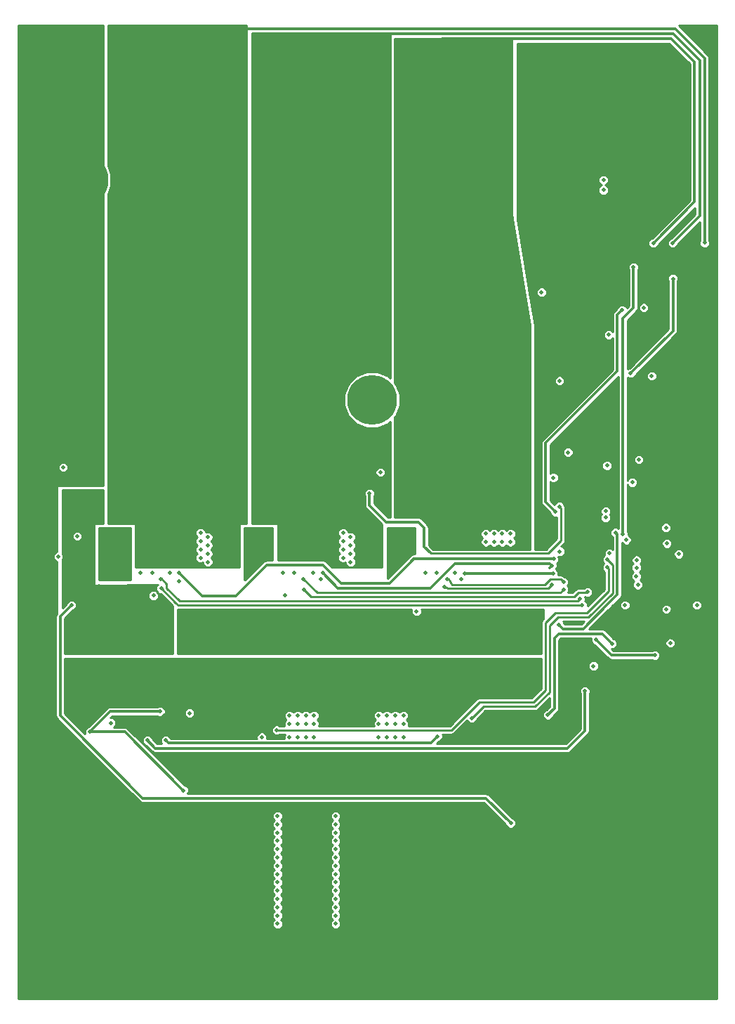
<source format=gbr>
G04 #@! TF.FileFunction,Copper,L3,Inr,Signal*
%FSLAX46Y46*%
G04 Gerber Fmt 4.6, Leading zero omitted, Abs format (unit mm)*
G04 Created by KiCad (PCBNEW 4.0.6) date 03/22/18 13:33:18*
%MOMM*%
%LPD*%
G01*
G04 APERTURE LIST*
%ADD10C,0.100000*%
%ADD11C,0.500000*%
%ADD12C,6.000000*%
%ADD13C,0.340000*%
%ADD14C,0.254000*%
%ADD15C,0.250000*%
G04 APERTURE END LIST*
D10*
D11*
X177900000Y-56700000D03*
X177900000Y-55500000D03*
X122000000Y-107400000D03*
X166700000Y-99100000D03*
X166700000Y-98100000D03*
X165700000Y-99100000D03*
X165700000Y-98100000D03*
X164700000Y-99100000D03*
X164700000Y-98100000D03*
X163700000Y-99100000D03*
X163700000Y-98100000D03*
X147400000Y-100500000D03*
X147400000Y-99500000D03*
X147400000Y-101500000D03*
X147400000Y-98500000D03*
X146500000Y-101000000D03*
X146500000Y-100000000D03*
X146500000Y-99000000D03*
X146500000Y-98000000D03*
X130200000Y-101500000D03*
X130200000Y-100500000D03*
X130200000Y-99500000D03*
X130200000Y-98500000D03*
X129300000Y-101000000D03*
X129300000Y-100000000D03*
X129300000Y-99000000D03*
X129300000Y-98000000D03*
X152300000Y-102300000D03*
X152300000Y-101300000D03*
X152300000Y-100300000D03*
X152300000Y-99300000D03*
X152300000Y-98300000D03*
X117500000Y-102000000D03*
X117500000Y-101000000D03*
X117500000Y-100000000D03*
X117500000Y-99000000D03*
X117500000Y-98000000D03*
X135100000Y-102300000D03*
X135100000Y-101300000D03*
X135100000Y-100300000D03*
X135100000Y-99300000D03*
X135100000Y-98300000D03*
X136000000Y-97800000D03*
X160400000Y-145100000D03*
X153400000Y-145100000D03*
X160400000Y-144100000D03*
X153400000Y-144100000D03*
X160400000Y-143100000D03*
X153400000Y-143100000D03*
X160400000Y-142100000D03*
X153400000Y-142100000D03*
X160400000Y-141100000D03*
X153400000Y-141100000D03*
X160400000Y-140100000D03*
X153400000Y-140100000D03*
X160400000Y-139100000D03*
X153400000Y-139100000D03*
X160400000Y-138100000D03*
X153400000Y-138100000D03*
X160400000Y-137100000D03*
X153400000Y-137100000D03*
X160400000Y-136100000D03*
X153400000Y-136100000D03*
X160400000Y-135100000D03*
X153400000Y-135100000D03*
X160400000Y-134100000D03*
X153400000Y-134100000D03*
X160400000Y-133100000D03*
X153400000Y-133100000D03*
X160400000Y-132100000D03*
X153400000Y-132100000D03*
X145600000Y-145100000D03*
X138600000Y-145100000D03*
X145600000Y-144100000D03*
X138600000Y-144100000D03*
X145600000Y-143100000D03*
X138600000Y-143100000D03*
X145600000Y-142100000D03*
X138600000Y-142100000D03*
X145600000Y-141100000D03*
X138600000Y-141100000D03*
X145600000Y-140100000D03*
X138600000Y-140100000D03*
X145600000Y-139100000D03*
X138600000Y-139100000D03*
X145600000Y-138100000D03*
X138600000Y-138100000D03*
X145600000Y-137100000D03*
X138600000Y-137100000D03*
X145600000Y-136100000D03*
X138600000Y-136100000D03*
X145600000Y-135100000D03*
X138600000Y-135100000D03*
X145600000Y-134100000D03*
X138600000Y-134100000D03*
X145600000Y-133100000D03*
X138600000Y-133100000D03*
X145600000Y-132100000D03*
X138600000Y-132100000D03*
X160400000Y-59000000D03*
X153400000Y-59000000D03*
X160400000Y-58000000D03*
X153400000Y-58000000D03*
X160400000Y-57000000D03*
X153400000Y-57000000D03*
X160400000Y-56000000D03*
X153400000Y-56000000D03*
X160400000Y-55000000D03*
X153400000Y-55000000D03*
X160400000Y-54000000D03*
X153400000Y-54000000D03*
X160400000Y-53000000D03*
X153400000Y-53000000D03*
X160400000Y-52000000D03*
X153400000Y-52000000D03*
X160400000Y-51000000D03*
X153400000Y-51000000D03*
X160400000Y-50000000D03*
X153400000Y-50000000D03*
X160400000Y-49000000D03*
X153400000Y-49000000D03*
X160400000Y-48000000D03*
X153400000Y-48000000D03*
X160400000Y-47000000D03*
X153400000Y-47000000D03*
X160400000Y-46000000D03*
X153400000Y-46000000D03*
X145600000Y-59000000D03*
X138600000Y-59000000D03*
X145600000Y-58000000D03*
X138600000Y-58000000D03*
X145600000Y-57000000D03*
X138600000Y-57000000D03*
X145600000Y-56000000D03*
X138600000Y-56000000D03*
X145600000Y-55000000D03*
X138600000Y-55000000D03*
X145600000Y-54000000D03*
X138600000Y-54000000D03*
X145600000Y-53000000D03*
X138600000Y-53000000D03*
X145600000Y-52000000D03*
X138600000Y-52000000D03*
X145600000Y-51000000D03*
X138600000Y-51000000D03*
X145600000Y-50000000D03*
X138600000Y-50000000D03*
X145600000Y-49000000D03*
X138600000Y-49000000D03*
X145600000Y-48000000D03*
X138600000Y-48000000D03*
X145600000Y-47000000D03*
X138600000Y-47000000D03*
X145600000Y-46000000D03*
X138600000Y-46000000D03*
X130800000Y-59000000D03*
X123800000Y-59000000D03*
X130800000Y-58000000D03*
X123800000Y-58000000D03*
X130800000Y-57000000D03*
X123800000Y-57000000D03*
X130800000Y-56000000D03*
X123800000Y-56000000D03*
X130800000Y-55000000D03*
X123800000Y-55000000D03*
X130800000Y-54000000D03*
X123800000Y-54000000D03*
X130800000Y-53000000D03*
X123800000Y-53000000D03*
X130800000Y-52000000D03*
X123800000Y-52000000D03*
X130800000Y-51000000D03*
X123800000Y-51000000D03*
X130800000Y-50000000D03*
X123800000Y-50000000D03*
X130800000Y-49000000D03*
X123800000Y-49000000D03*
X130800000Y-48000000D03*
X123800000Y-48000000D03*
X130800000Y-47000000D03*
X123800000Y-47000000D03*
X130800000Y-46000000D03*
X123800000Y-46000000D03*
X122000000Y-111400000D03*
X122000000Y-110400000D03*
X122000000Y-109400000D03*
X122000000Y-108400000D03*
X179600000Y-115600000D03*
X180800000Y-110000000D03*
X175000000Y-108800000D03*
X179190000Y-88900000D03*
X175310000Y-90410000D03*
X173550000Y-100700000D03*
X178530000Y-99690000D03*
X187400000Y-103100000D03*
X185500000Y-108300000D03*
X162100000Y-122100000D03*
X132700000Y-119900000D03*
X165000000Y-116200000D03*
X165000000Y-115200000D03*
X164100000Y-116700000D03*
X164100000Y-115700000D03*
X164100000Y-114700000D03*
X158800000Y-116200000D03*
X158800000Y-115200000D03*
X158000000Y-116700000D03*
X158000000Y-115700000D03*
X158000000Y-114700000D03*
X141800000Y-117700000D03*
X141800000Y-116700000D03*
X141800000Y-115700000D03*
X141800000Y-114700000D03*
X129700000Y-117700000D03*
X129700000Y-116700000D03*
X129700000Y-115700000D03*
X129700000Y-114700000D03*
X122700000Y-117200000D03*
X122700000Y-116200000D03*
X122700000Y-115200000D03*
X121800000Y-117700000D03*
X121800000Y-116700000D03*
X121800000Y-115700000D03*
X121800000Y-114700000D03*
X116600000Y-117200000D03*
X116600000Y-116200000D03*
X116600000Y-115200000D03*
X117500000Y-117700000D03*
X117500000Y-116700000D03*
X117500000Y-115700000D03*
X117500000Y-114700000D03*
X125900000Y-119500000D03*
X118500000Y-120900000D03*
X112700000Y-123500000D03*
X160760000Y-103570000D03*
X143800000Y-103600000D03*
X126700000Y-103800000D03*
X165800000Y-111600000D03*
X165800000Y-110600000D03*
X165800000Y-109600000D03*
X165800000Y-108600000D03*
X165800000Y-107600000D03*
X153800000Y-122600000D03*
X152800000Y-122600000D03*
X151800000Y-122600000D03*
X150800000Y-122600000D03*
X153800000Y-121000000D03*
X152800000Y-121000000D03*
X151800000Y-121000000D03*
X150800000Y-121000000D03*
X153800000Y-120000000D03*
X152800000Y-120000000D03*
X151800000Y-120000000D03*
X143000000Y-122600000D03*
X142000000Y-122600000D03*
X141000000Y-122600000D03*
X150800000Y-120000000D03*
X143000000Y-120000000D03*
X142000000Y-121000000D03*
X142000000Y-120000000D03*
X143000000Y-121000000D03*
X141000000Y-121000000D03*
X141000000Y-120000000D03*
X140000000Y-122600000D03*
X140000000Y-121000000D03*
X140000000Y-120000000D03*
X164100000Y-111600000D03*
X164100000Y-110600000D03*
X164100000Y-109600000D03*
X164100000Y-108600000D03*
X164100000Y-107600000D03*
X158000000Y-111600000D03*
X158000000Y-110600000D03*
X158000000Y-109600000D03*
X158000000Y-108600000D03*
X158000000Y-107600000D03*
X151900000Y-111600000D03*
X151900000Y-110600000D03*
X151900000Y-109600000D03*
X151900000Y-108600000D03*
X151900000Y-107600000D03*
X150500000Y-111600000D03*
X150500000Y-110600000D03*
X150500000Y-109600000D03*
X150500000Y-108600000D03*
X150500000Y-107600000D03*
X142500000Y-111600000D03*
X142500000Y-110600000D03*
X142500000Y-109600000D03*
X142500000Y-108600000D03*
X142500000Y-107600000D03*
X141000000Y-111600000D03*
X141000000Y-110600000D03*
X141000000Y-109600000D03*
X141000000Y-108600000D03*
X141000000Y-107600000D03*
X128800000Y-111400000D03*
X128800000Y-110400000D03*
X128800000Y-109400000D03*
X128800000Y-108400000D03*
X128800000Y-107400000D03*
X127300000Y-111400000D03*
X127300000Y-110400000D03*
X127300000Y-109400000D03*
X127300000Y-108400000D03*
X127300000Y-107400000D03*
X117100000Y-111400000D03*
X117100000Y-110400000D03*
X117100000Y-109400000D03*
X117100000Y-108400000D03*
X117100000Y-107400000D03*
X117100000Y-106400000D03*
X117100000Y-105400000D03*
X117100000Y-104400000D03*
X113600000Y-94840000D03*
X113600000Y-93640000D03*
X118500000Y-102000000D03*
X118500000Y-101000000D03*
X118500000Y-100000000D03*
X118500000Y-99000000D03*
X118500000Y-98000000D03*
X136000000Y-101800000D03*
X136000000Y-100800000D03*
X136000000Y-99800000D03*
X136000000Y-98800000D03*
X153200000Y-101800000D03*
X153200000Y-100800000D03*
X153200000Y-99800000D03*
X153200000Y-98800000D03*
X153200000Y-97800000D03*
X151000000Y-90700000D03*
X129000000Y-94340000D03*
X129000000Y-93360000D03*
X129000000Y-92380000D03*
X129000000Y-91400000D03*
X129000000Y-90420000D03*
X129000000Y-89440000D03*
X129000000Y-88460000D03*
X129000000Y-87480000D03*
X129000000Y-86500000D03*
X128020000Y-94340000D03*
X128020000Y-93360000D03*
X128020000Y-92380000D03*
X128020000Y-91400000D03*
X128020000Y-90420000D03*
X128020000Y-89440000D03*
X128020000Y-88460000D03*
X128020000Y-87480000D03*
X128020000Y-86500000D03*
X127040000Y-94340000D03*
X127040000Y-93360000D03*
X127040000Y-92380000D03*
X127040000Y-91400000D03*
X127040000Y-90420000D03*
X127040000Y-89440000D03*
X127040000Y-88460000D03*
X127040000Y-87480000D03*
X127040000Y-86500000D03*
X126060000Y-94340000D03*
X126060000Y-93360000D03*
X126060000Y-92380000D03*
X126060000Y-91400000D03*
X126060000Y-90420000D03*
X126060000Y-89440000D03*
X126060000Y-88460000D03*
X126060000Y-87480000D03*
X126060000Y-86500000D03*
X125080000Y-94340000D03*
X125080000Y-93360000D03*
X125080000Y-92380000D03*
X125080000Y-91400000D03*
X125080000Y-90420000D03*
X125080000Y-89440000D03*
X125080000Y-88460000D03*
X125080000Y-87480000D03*
X125080000Y-86500000D03*
X124100000Y-94340000D03*
X124100000Y-93360000D03*
X124100000Y-92380000D03*
X124100000Y-91400000D03*
X124100000Y-90420000D03*
X124100000Y-89440000D03*
X124100000Y-88460000D03*
X124100000Y-87480000D03*
X124100000Y-86500000D03*
X123120000Y-94340000D03*
X123120000Y-93360000D03*
X123120000Y-92380000D03*
X123120000Y-91400000D03*
X123120000Y-90420000D03*
X123120000Y-89440000D03*
X123120000Y-88460000D03*
X123120000Y-87480000D03*
X123120000Y-86500000D03*
X122140000Y-94340000D03*
X122140000Y-93360000D03*
X122140000Y-92380000D03*
X122140000Y-91400000D03*
X122140000Y-90420000D03*
X122140000Y-89440000D03*
X122140000Y-88460000D03*
X122140000Y-87480000D03*
X122140000Y-86500000D03*
X121160000Y-94340000D03*
X121160000Y-93360000D03*
X121160000Y-92380000D03*
X121160000Y-91400000D03*
X121160000Y-90420000D03*
X121160000Y-89440000D03*
X121160000Y-88460000D03*
X121160000Y-87480000D03*
X121160000Y-86500000D03*
X120180000Y-94340000D03*
X120180000Y-93360000D03*
X120180000Y-92380000D03*
X120180000Y-91400000D03*
X120180000Y-90420000D03*
X120180000Y-89440000D03*
X120180000Y-88460000D03*
X120180000Y-87480000D03*
X120180000Y-86500000D03*
X119200000Y-94340000D03*
X119200000Y-93360000D03*
X119200000Y-92380000D03*
X119200000Y-91400000D03*
X119200000Y-90420000D03*
X119200000Y-89440000D03*
X119200000Y-88460000D03*
X119200000Y-87480000D03*
X119200000Y-86500000D03*
X153500000Y-86500000D03*
X146100000Y-94340000D03*
X146100000Y-93360000D03*
X146100000Y-92380000D03*
X146100000Y-91400000D03*
X146100000Y-90420000D03*
X146100000Y-89440000D03*
X146100000Y-88460000D03*
X146100000Y-87480000D03*
X146100000Y-86500000D03*
X145120000Y-94340000D03*
X145120000Y-93360000D03*
X145120000Y-92380000D03*
X145120000Y-91400000D03*
X145120000Y-90420000D03*
X145120000Y-89440000D03*
X145120000Y-88460000D03*
X145120000Y-87480000D03*
X145120000Y-86500000D03*
X144140000Y-94340000D03*
X144140000Y-93360000D03*
X144140000Y-92380000D03*
X144140000Y-91400000D03*
X144140000Y-90420000D03*
X144140000Y-89440000D03*
X144140000Y-88460000D03*
X144140000Y-87480000D03*
X144140000Y-86500000D03*
X143160000Y-94340000D03*
X143160000Y-93360000D03*
X143160000Y-92380000D03*
X143160000Y-91400000D03*
X143160000Y-90420000D03*
X143160000Y-89440000D03*
X143160000Y-88460000D03*
X143160000Y-87480000D03*
X143160000Y-86500000D03*
X142180000Y-94340000D03*
X142180000Y-93360000D03*
X142180000Y-92380000D03*
X142180000Y-91400000D03*
X142180000Y-90420000D03*
X142180000Y-89440000D03*
X142180000Y-88460000D03*
X142180000Y-87480000D03*
X142180000Y-86500000D03*
X141200000Y-94340000D03*
X141200000Y-93360000D03*
X141200000Y-92380000D03*
X141200000Y-91400000D03*
X141200000Y-90420000D03*
X141200000Y-89440000D03*
X141200000Y-88460000D03*
X141200000Y-87480000D03*
X141200000Y-86500000D03*
X140220000Y-94340000D03*
X140220000Y-93360000D03*
X140220000Y-92380000D03*
X140220000Y-91400000D03*
X140220000Y-90420000D03*
X140220000Y-89440000D03*
X140220000Y-88460000D03*
X140220000Y-87480000D03*
X140220000Y-86500000D03*
X139240000Y-94340000D03*
X139240000Y-93360000D03*
X139240000Y-92380000D03*
X139240000Y-91400000D03*
X139240000Y-90420000D03*
X139240000Y-89440000D03*
X139240000Y-88460000D03*
X139240000Y-87480000D03*
X139240000Y-86500000D03*
X138260000Y-94340000D03*
X138260000Y-93360000D03*
X138260000Y-92380000D03*
X138260000Y-91400000D03*
X138260000Y-90420000D03*
X138260000Y-89440000D03*
X138260000Y-88460000D03*
X138260000Y-87480000D03*
X138260000Y-86500000D03*
X137280000Y-94340000D03*
X137280000Y-93360000D03*
X137280000Y-92380000D03*
X137280000Y-91400000D03*
X137280000Y-90420000D03*
X137280000Y-89440000D03*
X137280000Y-88460000D03*
X137280000Y-87480000D03*
X137280000Y-86500000D03*
X136300000Y-94340000D03*
X136300000Y-93360000D03*
X136300000Y-92380000D03*
X136300000Y-91400000D03*
X136300000Y-90420000D03*
X136300000Y-89440000D03*
X136300000Y-88460000D03*
X136300000Y-87480000D03*
X136300000Y-86500000D03*
X163300000Y-94340000D03*
X163300000Y-93360000D03*
X163300000Y-92380000D03*
X163300000Y-91400000D03*
X163300000Y-90420000D03*
X163300000Y-89440000D03*
X163300000Y-88460000D03*
X163300000Y-87480000D03*
X163300000Y-86500000D03*
X162320000Y-94340000D03*
X162320000Y-93360000D03*
X162320000Y-92380000D03*
X162320000Y-91400000D03*
X162320000Y-90420000D03*
X162320000Y-89440000D03*
X162320000Y-88460000D03*
X162320000Y-87480000D03*
X162320000Y-86500000D03*
X161340000Y-94340000D03*
X161340000Y-93360000D03*
X161340000Y-92380000D03*
X161340000Y-91400000D03*
X161340000Y-90420000D03*
X161340000Y-89440000D03*
X161340000Y-88460000D03*
X161340000Y-87480000D03*
X161340000Y-86500000D03*
X160360000Y-94340000D03*
X160360000Y-93360000D03*
X160360000Y-92380000D03*
X160360000Y-91400000D03*
X160360000Y-90420000D03*
X160360000Y-89440000D03*
X160360000Y-88460000D03*
X160360000Y-87480000D03*
X160360000Y-86500000D03*
X159380000Y-94340000D03*
X159380000Y-93360000D03*
X159380000Y-92380000D03*
X159380000Y-91400000D03*
X159380000Y-90420000D03*
X159380000Y-89440000D03*
X159380000Y-88460000D03*
X159380000Y-87480000D03*
X159380000Y-86500000D03*
X158400000Y-94340000D03*
X158400000Y-93360000D03*
X158400000Y-92380000D03*
X158400000Y-91400000D03*
X158400000Y-90420000D03*
X158400000Y-89440000D03*
X158400000Y-88460000D03*
X158400000Y-87480000D03*
X158400000Y-86500000D03*
X157420000Y-94340000D03*
X157420000Y-93360000D03*
X157420000Y-92380000D03*
X157420000Y-91400000D03*
X157420000Y-90420000D03*
X157420000Y-89440000D03*
X157420000Y-88460000D03*
X157420000Y-87480000D03*
X157420000Y-86500000D03*
X156440000Y-94340000D03*
X156440000Y-93360000D03*
X156440000Y-92380000D03*
X156440000Y-91400000D03*
X156440000Y-90420000D03*
X156440000Y-89440000D03*
X156440000Y-88460000D03*
X156440000Y-87480000D03*
X156440000Y-86500000D03*
X155460000Y-94340000D03*
X155460000Y-93360000D03*
X155460000Y-92380000D03*
X155460000Y-91400000D03*
X155460000Y-90420000D03*
X155460000Y-89440000D03*
X155460000Y-88460000D03*
X155460000Y-87480000D03*
X155460000Y-86500000D03*
X154480000Y-94340000D03*
X154480000Y-93360000D03*
X154480000Y-92380000D03*
X154480000Y-91400000D03*
X154480000Y-90420000D03*
X154480000Y-89440000D03*
X154480000Y-88460000D03*
X154480000Y-87480000D03*
X154500000Y-86500000D03*
X153500000Y-94340000D03*
X153500000Y-93360000D03*
X153500000Y-92380000D03*
X153500000Y-91400000D03*
X153500000Y-90420000D03*
X153500000Y-89440000D03*
X153500000Y-88460000D03*
X153500000Y-87480000D03*
D12*
X115165000Y-135505180D03*
X150000000Y-82000000D03*
X115165000Y-55495180D03*
X183745000Y-55495180D03*
X183745000Y-135505180D03*
D11*
X114440000Y-98410000D03*
X112740000Y-90110000D03*
X180500000Y-106700000D03*
X186980000Y-100550000D03*
X171860000Y-91340000D03*
X171200000Y-119930000D03*
X178940000Y-111340000D03*
X127240000Y-129030000D03*
X124440000Y-119500000D03*
X115960000Y-121960000D03*
X112150000Y-100870000D03*
X175660000Y-117070000D03*
X122900000Y-122990000D03*
X185970000Y-111270000D03*
X177040000Y-110880000D03*
X184100000Y-112740000D03*
X178370000Y-101210000D03*
X162030000Y-120330000D03*
X125110000Y-123000000D03*
X157880000Y-122520000D03*
X173630000Y-88300000D03*
X186290000Y-67380000D03*
X181190000Y-78750000D03*
X172130000Y-95480000D03*
X180160000Y-71140000D03*
X182760000Y-70880000D03*
X179340000Y-97970000D03*
X172540000Y-109050000D03*
X178340000Y-89890000D03*
X180240000Y-98160000D03*
X181530000Y-66020000D03*
X181380000Y-91910000D03*
X149690000Y-93280000D03*
X185430000Y-97380000D03*
X172580000Y-94830000D03*
X123630000Y-105560000D03*
X178160000Y-96150000D03*
X139510000Y-105510000D03*
X189160000Y-106700000D03*
X155360000Y-107440000D03*
X172640000Y-100240000D03*
X176700000Y-114040000D03*
X136690000Y-122610000D03*
X178180000Y-95390000D03*
X170430000Y-69020000D03*
X178630000Y-100470000D03*
X138490000Y-121760000D03*
X178370000Y-102170000D03*
X124570000Y-104710000D03*
X175350000Y-106730000D03*
X175100000Y-105960000D03*
X124530000Y-103560000D03*
X175980000Y-105130000D03*
X141750000Y-104820000D03*
X158730000Y-104470000D03*
X171690000Y-104280000D03*
X182050000Y-104260000D03*
X181870000Y-103240000D03*
X181880000Y-102190000D03*
X181900000Y-101270000D03*
X173100000Y-103920000D03*
X159080000Y-103590000D03*
X185540000Y-99280000D03*
X141680000Y-103550000D03*
X173100000Y-104810000D03*
X180660000Y-98850000D03*
X172610000Y-79680000D03*
X182170000Y-89180000D03*
X178530000Y-74150000D03*
X183720000Y-79100000D03*
X122050000Y-102790000D03*
X123460000Y-102790000D03*
X190110000Y-63050000D03*
X125650000Y-102790000D03*
X171890000Y-101160000D03*
X126740000Y-102810000D03*
X139240000Y-102770000D03*
X140640000Y-102770000D03*
X186250000Y-63090000D03*
X142850000Y-102770000D03*
X144030000Y-102800000D03*
X185480000Y-107210000D03*
X171680000Y-101960000D03*
X156400000Y-102840000D03*
X157820000Y-102840000D03*
X183920000Y-63110000D03*
X160010000Y-102840000D03*
X161140000Y-102910000D03*
X171840000Y-102900000D03*
X113750000Y-106710000D03*
X166730000Y-132970000D03*
X127980000Y-119710000D03*
D13*
X171200000Y-119930000D02*
X171980000Y-119150000D01*
X171980000Y-119150000D02*
X171980000Y-110710000D01*
X171980000Y-110710000D02*
X172520000Y-110170000D01*
X172520000Y-110170000D02*
X177770000Y-110170000D01*
X177770000Y-110170000D02*
X178940000Y-111340000D01*
X127240000Y-129030000D02*
X120170000Y-121960000D01*
X120170000Y-121960000D02*
X115960000Y-121960000D01*
X118420000Y-119500000D02*
X124440000Y-119500000D01*
X115960000Y-121960000D02*
X118420000Y-119500000D01*
X175660000Y-121840000D02*
X175660000Y-117070000D01*
X173550000Y-123950000D02*
X175660000Y-121840000D01*
X123860000Y-123950000D02*
X173550000Y-123950000D01*
X122900000Y-122990000D02*
X123860000Y-123950000D01*
X178900000Y-112740000D02*
X177040000Y-110880000D01*
X184100000Y-112740000D02*
X178900000Y-112740000D01*
D14*
X163430000Y-118930000D02*
X168510000Y-118930000D01*
X178370000Y-101210000D02*
X179012998Y-101852998D01*
X179012998Y-101852998D02*
X179012998Y-105243424D01*
X179012998Y-105243424D02*
X176096422Y-108160000D01*
X176096422Y-108160000D02*
X172410000Y-108160000D01*
X172410000Y-108160000D02*
X171390000Y-109180000D01*
X171390000Y-109180000D02*
X171390000Y-117200000D01*
X171390000Y-117200000D02*
X169660000Y-118930000D01*
X169660000Y-118930000D02*
X168510000Y-118930000D01*
X163405000Y-118955000D02*
X163430000Y-118930000D01*
X162030000Y-120330000D02*
X163405000Y-118955000D01*
X163430000Y-118930000D02*
X163405000Y-118955000D01*
D13*
X125440000Y-123330000D02*
X125110000Y-123000000D01*
X157070000Y-123330000D02*
X125440000Y-123330000D01*
X157880000Y-122520000D02*
X157070000Y-123330000D01*
X186290000Y-73650000D02*
X186290000Y-67380000D01*
X181190000Y-78750000D02*
X186290000Y-73650000D01*
X170930000Y-94280000D02*
X170930000Y-87180000D01*
X170930000Y-94280000D02*
X172130000Y-95480000D01*
X179570000Y-71730000D02*
X180160000Y-71140000D01*
X179570000Y-78540000D02*
X179570000Y-71730000D01*
X170930000Y-87180000D02*
X179570000Y-78540000D01*
D14*
X179570000Y-98220000D02*
X179570000Y-98200000D01*
X179570000Y-98200000D02*
X179340000Y-97970000D01*
D13*
X178400000Y-106630000D02*
X179570000Y-105460000D01*
X172540000Y-109050000D02*
X173050000Y-109560000D01*
X173050000Y-109560000D02*
X175470000Y-109560000D01*
X175470000Y-109560000D02*
X178400000Y-106630000D01*
X179570000Y-105460000D02*
X179570000Y-98220000D01*
X179570000Y-98220000D02*
X179570000Y-98170000D01*
X180240000Y-88430000D02*
X180240000Y-72150000D01*
X180240000Y-88430000D02*
X180240000Y-98160000D01*
X181530000Y-70860000D02*
X181530000Y-66020000D01*
X180240000Y-72150000D02*
X181530000Y-70860000D01*
X149690000Y-93280000D02*
X149690000Y-94690000D01*
X156300000Y-99700000D02*
X157080000Y-100480000D01*
X156300000Y-97400000D02*
X156300000Y-99700000D01*
X155600000Y-96700000D02*
X156300000Y-97400000D01*
X151700000Y-96700000D02*
X155600000Y-96700000D01*
X149690000Y-94690000D02*
X151700000Y-96700000D01*
D14*
X171230000Y-100480000D02*
X157080000Y-100480000D01*
X172800000Y-98910000D02*
X171230000Y-100480000D01*
X172800000Y-95880000D02*
X172800000Y-98910000D01*
X172800000Y-95050000D02*
X172800000Y-95880000D01*
X172800000Y-95050000D02*
X172580000Y-94830000D01*
X164370000Y-118420000D02*
X169444002Y-118420000D01*
X164370000Y-118420000D02*
X162910000Y-118420000D01*
X162910000Y-118420000D02*
X159570000Y-121760000D01*
X159570000Y-121760000D02*
X138490000Y-121760000D01*
X169450000Y-118425998D02*
X169450000Y-118420000D01*
X169444002Y-118420000D02*
X169450000Y-118425998D01*
X178370000Y-102170000D02*
X178508996Y-102308996D01*
X178508996Y-102308996D02*
X178508996Y-105011004D01*
X178508996Y-105011004D02*
X175880000Y-107640000D01*
X175880000Y-107640000D02*
X172090000Y-107640000D01*
X172090000Y-107640000D02*
X170885998Y-108844002D01*
X170885998Y-108844002D02*
X170885998Y-116984002D01*
X170885998Y-116984002D02*
X169450000Y-118420000D01*
X169450000Y-118420000D02*
X169450000Y-118420000D01*
X131680000Y-106730000D02*
X126590000Y-106730000D01*
X126590000Y-106730000D02*
X126330000Y-106470000D01*
X126590000Y-106730000D02*
X126330000Y-106470000D01*
X126330000Y-106470000D02*
X124570000Y-104710000D01*
X175350000Y-106730000D02*
X131680000Y-106730000D01*
X131680000Y-106730000D02*
X131670000Y-106730000D01*
X126792766Y-106220000D02*
X131872766Y-106220000D01*
X175100000Y-105960000D02*
X174840000Y-106220000D01*
X174840000Y-106220000D02*
X131872766Y-106220000D01*
X126792766Y-106220000D02*
X126686383Y-106113617D01*
X125221383Y-104141383D02*
X124610000Y-103530000D01*
X125221383Y-104141383D02*
X125221383Y-104141383D01*
X125221383Y-104648617D02*
X125221383Y-104141383D01*
X126792766Y-106220000D02*
X126686383Y-106113617D01*
X126686383Y-106113617D02*
X125221383Y-104648617D01*
X147725998Y-105715998D02*
X142645998Y-105715998D01*
X175980000Y-105130000D02*
X175930000Y-105180000D01*
X175930000Y-105180000D02*
X174890000Y-105180000D01*
X174890000Y-105180000D02*
X174354002Y-105715998D01*
X174354002Y-105715998D02*
X147725998Y-105715998D01*
X142645998Y-105715998D02*
X141750000Y-104820000D01*
D15*
X158730000Y-104470000D02*
X159169994Y-104709994D01*
X171260006Y-104709994D02*
X171690000Y-104280000D01*
X159169994Y-104709994D02*
X171260006Y-104709994D01*
X159080000Y-103590000D02*
X159240000Y-103590000D01*
D14*
X173100000Y-103920000D02*
X172770000Y-103590000D01*
D15*
X171480000Y-103590000D02*
X172770000Y-103590000D01*
X170860008Y-104209992D02*
X171480000Y-103590000D01*
X159689992Y-104209992D02*
X170860008Y-104209992D01*
X159240000Y-103590000D02*
X159689992Y-104209992D01*
D14*
X148431996Y-105211996D02*
X143351996Y-105211996D01*
X141680000Y-103550000D02*
X141690000Y-103550000D01*
X141690000Y-103550000D02*
X143351996Y-105211996D01*
X148431996Y-105211996D02*
X172698004Y-105211996D01*
X172698004Y-105211996D02*
X173100000Y-104810000D01*
D13*
X126800000Y-39770000D02*
X126800000Y-46000000D01*
X129290000Y-37280000D02*
X126800000Y-39770000D01*
X186590000Y-37280000D02*
X129290000Y-37280000D01*
X190110000Y-40800000D02*
X186590000Y-37280000D01*
X190110000Y-63050000D02*
X190110000Y-40800000D01*
X144360000Y-102100000D02*
X144110000Y-101850000D01*
X155030000Y-101090000D02*
X171820000Y-101090000D01*
X171820000Y-101090000D02*
X171890000Y-101160000D01*
X146300000Y-104040000D02*
X152080000Y-104040000D01*
X144360000Y-102100000D02*
X146300000Y-104040000D01*
X152080000Y-104040000D02*
X154620000Y-101500000D01*
X154620000Y-101500000D02*
X155030000Y-101090000D01*
X133000000Y-105610000D02*
X133000000Y-105610000D01*
X133540000Y-105610000D02*
X133000000Y-105610000D01*
X137300000Y-101850000D02*
X133540000Y-105610000D01*
X144110000Y-101850000D02*
X137300000Y-101850000D01*
X126740000Y-102810000D02*
X129540000Y-105610000D01*
X129540000Y-105610000D02*
X133000000Y-105610000D01*
X126740000Y-102810000D02*
X126750000Y-102800000D01*
X141600000Y-40100000D02*
X141600000Y-46000000D01*
X143820000Y-37880000D02*
X141600000Y-40100000D01*
X186320000Y-37880000D02*
X143820000Y-37880000D01*
X189500000Y-41060000D02*
X186320000Y-37880000D01*
X189500000Y-59840000D02*
X189500000Y-41060000D01*
X186250000Y-63090000D02*
X189500000Y-59840000D01*
X159470000Y-102190000D02*
X159979998Y-101680002D01*
X157020000Y-104640000D02*
X159470000Y-102190000D01*
X145870000Y-104640000D02*
X156790000Y-104640000D01*
X144030000Y-102800000D02*
X145870000Y-104640000D01*
X156790000Y-104640000D02*
X157020000Y-104640000D01*
X171400002Y-101680002D02*
X171680000Y-101960000D01*
X159979998Y-101680002D02*
X171400002Y-101680002D01*
X171440000Y-102200000D02*
X171680000Y-101960000D01*
X156400000Y-40540000D02*
X156400000Y-46000000D01*
X158469998Y-38470002D02*
X156400000Y-40540000D01*
X186075614Y-38470002D02*
X158469998Y-38470002D01*
X188890000Y-41284388D02*
X186075614Y-38470002D01*
X188890000Y-58140000D02*
X188890000Y-41284388D01*
X183920000Y-63110000D02*
X188890000Y-58140000D01*
X161140000Y-102910000D02*
X171830000Y-102910000D01*
X171830000Y-102910000D02*
X171840000Y-102900000D01*
X113750000Y-121350000D02*
X112370000Y-119970000D01*
X122350000Y-129950000D02*
X113750000Y-121350000D01*
X163710000Y-129950000D02*
X122350000Y-129950000D01*
X166730000Y-132970000D02*
X163710000Y-129950000D01*
X112370000Y-108090000D02*
X113750000Y-106710000D01*
X112370000Y-119970000D02*
X112370000Y-108090000D01*
D14*
G36*
X134873000Y-96873000D02*
X134100000Y-96873000D01*
X134050590Y-96883006D01*
X134008965Y-96911447D01*
X133981685Y-96953841D01*
X133973000Y-97000000D01*
X133973000Y-102173000D01*
X125799085Y-102173000D01*
X125775265Y-102163109D01*
X125525829Y-102162891D01*
X125501363Y-102173000D01*
X123609085Y-102173000D01*
X123585265Y-102163109D01*
X123335829Y-102162891D01*
X123311363Y-102173000D01*
X122199085Y-102173000D01*
X122175265Y-102163109D01*
X121925829Y-102162891D01*
X121901363Y-102173000D01*
X121427000Y-102173000D01*
X121427000Y-98124171D01*
X128672891Y-98124171D01*
X128768145Y-98354703D01*
X128913287Y-98500099D01*
X128768765Y-98644369D01*
X128673109Y-98874735D01*
X128672891Y-99124171D01*
X128768145Y-99354703D01*
X128913287Y-99500099D01*
X128768765Y-99644369D01*
X128673109Y-99874735D01*
X128672891Y-100124171D01*
X128768145Y-100354703D01*
X128913287Y-100500099D01*
X128768765Y-100644369D01*
X128673109Y-100874735D01*
X128672891Y-101124171D01*
X128768145Y-101354703D01*
X128944369Y-101531235D01*
X129174735Y-101626891D01*
X129424171Y-101627109D01*
X129572942Y-101565638D01*
X129572891Y-101624171D01*
X129668145Y-101854703D01*
X129844369Y-102031235D01*
X130074735Y-102126891D01*
X130324171Y-102127109D01*
X130554703Y-102031855D01*
X130731235Y-101855631D01*
X130826891Y-101625265D01*
X130827109Y-101375829D01*
X130731855Y-101145297D01*
X130586713Y-100999901D01*
X130731235Y-100855631D01*
X130826891Y-100625265D01*
X130827109Y-100375829D01*
X130731855Y-100145297D01*
X130586713Y-99999901D01*
X130731235Y-99855631D01*
X130826891Y-99625265D01*
X130827109Y-99375829D01*
X130731855Y-99145297D01*
X130586713Y-98999901D01*
X130731235Y-98855631D01*
X130826891Y-98625265D01*
X130827109Y-98375829D01*
X130731855Y-98145297D01*
X130555631Y-97968765D01*
X130325265Y-97873109D01*
X130075829Y-97872891D01*
X129927058Y-97934362D01*
X129927109Y-97875829D01*
X129831855Y-97645297D01*
X129655631Y-97468765D01*
X129425265Y-97373109D01*
X129175829Y-97372891D01*
X128945297Y-97468145D01*
X128768765Y-97644369D01*
X128673109Y-97874735D01*
X128672891Y-98124171D01*
X121427000Y-98124171D01*
X121427000Y-97000000D01*
X121416994Y-96950590D01*
X121388553Y-96908965D01*
X121346159Y-96881685D01*
X121300000Y-96873000D01*
X118127000Y-96873000D01*
X118127000Y-57167869D01*
X118541412Y-56169854D01*
X118542585Y-54826400D01*
X118127000Y-53820609D01*
X118127000Y-36896845D01*
X134873000Y-36896845D01*
X134873000Y-96873000D01*
X134873000Y-96873000D01*
G37*
X134873000Y-96873000D02*
X134100000Y-96873000D01*
X134050590Y-96883006D01*
X134008965Y-96911447D01*
X133981685Y-96953841D01*
X133973000Y-97000000D01*
X133973000Y-102173000D01*
X125799085Y-102173000D01*
X125775265Y-102163109D01*
X125525829Y-102162891D01*
X125501363Y-102173000D01*
X123609085Y-102173000D01*
X123585265Y-102163109D01*
X123335829Y-102162891D01*
X123311363Y-102173000D01*
X122199085Y-102173000D01*
X122175265Y-102163109D01*
X121925829Y-102162891D01*
X121901363Y-102173000D01*
X121427000Y-102173000D01*
X121427000Y-98124171D01*
X128672891Y-98124171D01*
X128768145Y-98354703D01*
X128913287Y-98500099D01*
X128768765Y-98644369D01*
X128673109Y-98874735D01*
X128672891Y-99124171D01*
X128768145Y-99354703D01*
X128913287Y-99500099D01*
X128768765Y-99644369D01*
X128673109Y-99874735D01*
X128672891Y-100124171D01*
X128768145Y-100354703D01*
X128913287Y-100500099D01*
X128768765Y-100644369D01*
X128673109Y-100874735D01*
X128672891Y-101124171D01*
X128768145Y-101354703D01*
X128944369Y-101531235D01*
X129174735Y-101626891D01*
X129424171Y-101627109D01*
X129572942Y-101565638D01*
X129572891Y-101624171D01*
X129668145Y-101854703D01*
X129844369Y-102031235D01*
X130074735Y-102126891D01*
X130324171Y-102127109D01*
X130554703Y-102031855D01*
X130731235Y-101855631D01*
X130826891Y-101625265D01*
X130827109Y-101375829D01*
X130731855Y-101145297D01*
X130586713Y-100999901D01*
X130731235Y-100855631D01*
X130826891Y-100625265D01*
X130827109Y-100375829D01*
X130731855Y-100145297D01*
X130586713Y-99999901D01*
X130731235Y-99855631D01*
X130826891Y-99625265D01*
X130827109Y-99375829D01*
X130731855Y-99145297D01*
X130586713Y-98999901D01*
X130731235Y-98855631D01*
X130826891Y-98625265D01*
X130827109Y-98375829D01*
X130731855Y-98145297D01*
X130555631Y-97968765D01*
X130325265Y-97873109D01*
X130075829Y-97872891D01*
X129927058Y-97934362D01*
X129927109Y-97875829D01*
X129831855Y-97645297D01*
X129655631Y-97468765D01*
X129425265Y-97373109D01*
X129175829Y-97372891D01*
X128945297Y-97468145D01*
X128768765Y-97644369D01*
X128673109Y-97874735D01*
X128672891Y-98124171D01*
X121427000Y-98124171D01*
X121427000Y-97000000D01*
X121416994Y-96950590D01*
X121388553Y-96908965D01*
X121346159Y-96881685D01*
X121300000Y-96873000D01*
X118127000Y-96873000D01*
X118127000Y-57167869D01*
X118541412Y-56169854D01*
X118542585Y-54826400D01*
X118127000Y-53820609D01*
X118127000Y-36896845D01*
X134873000Y-36896845D01*
X134873000Y-96873000D01*
G36*
X152173000Y-79396824D02*
X151915414Y-79138788D01*
X150674674Y-78623588D01*
X149331220Y-78622415D01*
X148089582Y-79135450D01*
X147138788Y-80084586D01*
X146623588Y-81325326D01*
X146622415Y-82668780D01*
X147135450Y-83910418D01*
X148084586Y-84861212D01*
X149325326Y-85376412D01*
X150668780Y-85377585D01*
X151910418Y-84864550D01*
X152173000Y-84602426D01*
X152173000Y-96153000D01*
X151926575Y-96153000D01*
X150237000Y-94463426D01*
X150237000Y-93597665D01*
X150316891Y-93405265D01*
X150317109Y-93155829D01*
X150221855Y-92925297D01*
X150045631Y-92748765D01*
X149815265Y-92653109D01*
X149565829Y-92652891D01*
X149335297Y-92748145D01*
X149158765Y-92924369D01*
X149063109Y-93154735D01*
X149062891Y-93404171D01*
X149143000Y-93598049D01*
X149143000Y-94690000D01*
X149184638Y-94899328D01*
X149303213Y-95076787D01*
X151181460Y-96955035D01*
X151173000Y-97000000D01*
X151173000Y-102173000D01*
X145206574Y-102173000D01*
X144746789Y-101713215D01*
X144746787Y-101713212D01*
X144496787Y-101463213D01*
X144319328Y-101344638D01*
X144110000Y-101303000D01*
X138627000Y-101303000D01*
X138627000Y-98124171D01*
X145872891Y-98124171D01*
X145968145Y-98354703D01*
X146113287Y-98500099D01*
X145968765Y-98644369D01*
X145873109Y-98874735D01*
X145872891Y-99124171D01*
X145968145Y-99354703D01*
X146113287Y-99500099D01*
X145968765Y-99644369D01*
X145873109Y-99874735D01*
X145872891Y-100124171D01*
X145968145Y-100354703D01*
X146113287Y-100500099D01*
X145968765Y-100644369D01*
X145873109Y-100874735D01*
X145872891Y-101124171D01*
X145968145Y-101354703D01*
X146144369Y-101531235D01*
X146374735Y-101626891D01*
X146624171Y-101627109D01*
X146772942Y-101565638D01*
X146772891Y-101624171D01*
X146868145Y-101854703D01*
X147044369Y-102031235D01*
X147274735Y-102126891D01*
X147524171Y-102127109D01*
X147754703Y-102031855D01*
X147931235Y-101855631D01*
X148026891Y-101625265D01*
X148027109Y-101375829D01*
X147931855Y-101145297D01*
X147786713Y-100999901D01*
X147931235Y-100855631D01*
X148026891Y-100625265D01*
X148027109Y-100375829D01*
X147931855Y-100145297D01*
X147786713Y-99999901D01*
X147931235Y-99855631D01*
X148026891Y-99625265D01*
X148027109Y-99375829D01*
X147931855Y-99145297D01*
X147786713Y-98999901D01*
X147931235Y-98855631D01*
X148026891Y-98625265D01*
X148027109Y-98375829D01*
X147931855Y-98145297D01*
X147755631Y-97968765D01*
X147525265Y-97873109D01*
X147275829Y-97872891D01*
X147127058Y-97934362D01*
X147127109Y-97875829D01*
X147031855Y-97645297D01*
X146855631Y-97468765D01*
X146625265Y-97373109D01*
X146375829Y-97372891D01*
X146145297Y-97468145D01*
X145968765Y-97644369D01*
X145873109Y-97874735D01*
X145872891Y-98124171D01*
X138627000Y-98124171D01*
X138627000Y-97000000D01*
X138616994Y-96950590D01*
X138588553Y-96908965D01*
X138546159Y-96881685D01*
X138500000Y-96873000D01*
X135527000Y-96873000D01*
X135527000Y-90824171D01*
X150372891Y-90824171D01*
X150468145Y-91054703D01*
X150644369Y-91231235D01*
X150874735Y-91326891D01*
X151124171Y-91327109D01*
X151354703Y-91231855D01*
X151531235Y-91055631D01*
X151626891Y-90825265D01*
X151627109Y-90575829D01*
X151531855Y-90345297D01*
X151355631Y-90168765D01*
X151125265Y-90073109D01*
X150875829Y-90072891D01*
X150645297Y-90168145D01*
X150468765Y-90344369D01*
X150373109Y-90574735D01*
X150372891Y-90824171D01*
X135527000Y-90824171D01*
X135527000Y-37827000D01*
X152173000Y-37827000D01*
X152173000Y-79396824D01*
X152173000Y-79396824D01*
G37*
X152173000Y-79396824D02*
X151915414Y-79138788D01*
X150674674Y-78623588D01*
X149331220Y-78622415D01*
X148089582Y-79135450D01*
X147138788Y-80084586D01*
X146623588Y-81325326D01*
X146622415Y-82668780D01*
X147135450Y-83910418D01*
X148084586Y-84861212D01*
X149325326Y-85376412D01*
X150668780Y-85377585D01*
X151910418Y-84864550D01*
X152173000Y-84602426D01*
X152173000Y-96153000D01*
X151926575Y-96153000D01*
X150237000Y-94463426D01*
X150237000Y-93597665D01*
X150316891Y-93405265D01*
X150317109Y-93155829D01*
X150221855Y-92925297D01*
X150045631Y-92748765D01*
X149815265Y-92653109D01*
X149565829Y-92652891D01*
X149335297Y-92748145D01*
X149158765Y-92924369D01*
X149063109Y-93154735D01*
X149062891Y-93404171D01*
X149143000Y-93598049D01*
X149143000Y-94690000D01*
X149184638Y-94899328D01*
X149303213Y-95076787D01*
X151181460Y-96955035D01*
X151173000Y-97000000D01*
X151173000Y-102173000D01*
X145206574Y-102173000D01*
X144746789Y-101713215D01*
X144746787Y-101713212D01*
X144496787Y-101463213D01*
X144319328Y-101344638D01*
X144110000Y-101303000D01*
X138627000Y-101303000D01*
X138627000Y-98124171D01*
X145872891Y-98124171D01*
X145968145Y-98354703D01*
X146113287Y-98500099D01*
X145968765Y-98644369D01*
X145873109Y-98874735D01*
X145872891Y-99124171D01*
X145968145Y-99354703D01*
X146113287Y-99500099D01*
X145968765Y-99644369D01*
X145873109Y-99874735D01*
X145872891Y-100124171D01*
X145968145Y-100354703D01*
X146113287Y-100500099D01*
X145968765Y-100644369D01*
X145873109Y-100874735D01*
X145872891Y-101124171D01*
X145968145Y-101354703D01*
X146144369Y-101531235D01*
X146374735Y-101626891D01*
X146624171Y-101627109D01*
X146772942Y-101565638D01*
X146772891Y-101624171D01*
X146868145Y-101854703D01*
X147044369Y-102031235D01*
X147274735Y-102126891D01*
X147524171Y-102127109D01*
X147754703Y-102031855D01*
X147931235Y-101855631D01*
X148026891Y-101625265D01*
X148027109Y-101375829D01*
X147931855Y-101145297D01*
X147786713Y-100999901D01*
X147931235Y-100855631D01*
X148026891Y-100625265D01*
X148027109Y-100375829D01*
X147931855Y-100145297D01*
X147786713Y-99999901D01*
X147931235Y-99855631D01*
X148026891Y-99625265D01*
X148027109Y-99375829D01*
X147931855Y-99145297D01*
X147786713Y-98999901D01*
X147931235Y-98855631D01*
X148026891Y-98625265D01*
X148027109Y-98375829D01*
X147931855Y-98145297D01*
X147755631Y-97968765D01*
X147525265Y-97873109D01*
X147275829Y-97872891D01*
X147127058Y-97934362D01*
X147127109Y-97875829D01*
X147031855Y-97645297D01*
X146855631Y-97468765D01*
X146625265Y-97373109D01*
X146375829Y-97372891D01*
X146145297Y-97468145D01*
X145968765Y-97644369D01*
X145873109Y-97874735D01*
X145872891Y-98124171D01*
X138627000Y-98124171D01*
X138627000Y-97000000D01*
X138616994Y-96950590D01*
X138588553Y-96908965D01*
X138546159Y-96881685D01*
X138500000Y-96873000D01*
X135527000Y-96873000D01*
X135527000Y-90824171D01*
X150372891Y-90824171D01*
X150468145Y-91054703D01*
X150644369Y-91231235D01*
X150874735Y-91326891D01*
X151124171Y-91327109D01*
X151354703Y-91231855D01*
X151531235Y-91055631D01*
X151626891Y-90825265D01*
X151627109Y-90575829D01*
X151531855Y-90345297D01*
X151355631Y-90168765D01*
X151125265Y-90073109D01*
X150875829Y-90072891D01*
X150645297Y-90168145D01*
X150468765Y-90344369D01*
X150373109Y-90574735D01*
X150372891Y-90824171D01*
X135527000Y-90824171D01*
X135527000Y-37827000D01*
X152173000Y-37827000D01*
X152173000Y-79396824D01*
G36*
X166873000Y-59600000D02*
X166874678Y-59620575D01*
X169073000Y-73010354D01*
X169073000Y-99976000D01*
X157349575Y-99976000D01*
X156847000Y-99473426D01*
X156847000Y-98224171D01*
X163072891Y-98224171D01*
X163168145Y-98454703D01*
X163313287Y-98600099D01*
X163168765Y-98744369D01*
X163073109Y-98974735D01*
X163072891Y-99224171D01*
X163168145Y-99454703D01*
X163344369Y-99631235D01*
X163574735Y-99726891D01*
X163824171Y-99727109D01*
X164054703Y-99631855D01*
X164200099Y-99486713D01*
X164344369Y-99631235D01*
X164574735Y-99726891D01*
X164824171Y-99727109D01*
X165054703Y-99631855D01*
X165200099Y-99486713D01*
X165344369Y-99631235D01*
X165574735Y-99726891D01*
X165824171Y-99727109D01*
X166054703Y-99631855D01*
X166200099Y-99486713D01*
X166344369Y-99631235D01*
X166574735Y-99726891D01*
X166824171Y-99727109D01*
X167054703Y-99631855D01*
X167231235Y-99455631D01*
X167326891Y-99225265D01*
X167327109Y-98975829D01*
X167231855Y-98745297D01*
X167086713Y-98599901D01*
X167231235Y-98455631D01*
X167326891Y-98225265D01*
X167327109Y-97975829D01*
X167231855Y-97745297D01*
X167055631Y-97568765D01*
X166825265Y-97473109D01*
X166575829Y-97472891D01*
X166345297Y-97568145D01*
X166199901Y-97713287D01*
X166055631Y-97568765D01*
X165825265Y-97473109D01*
X165575829Y-97472891D01*
X165345297Y-97568145D01*
X165199901Y-97713287D01*
X165055631Y-97568765D01*
X164825265Y-97473109D01*
X164575829Y-97472891D01*
X164345297Y-97568145D01*
X164199901Y-97713287D01*
X164055631Y-97568765D01*
X163825265Y-97473109D01*
X163575829Y-97472891D01*
X163345297Y-97568145D01*
X163168765Y-97744369D01*
X163073109Y-97974735D01*
X163072891Y-98224171D01*
X156847000Y-98224171D01*
X156847000Y-97400000D01*
X156805362Y-97190672D01*
X156735948Y-97086787D01*
X156686787Y-97013212D01*
X155986787Y-96313213D01*
X155809328Y-96194638D01*
X155600000Y-96153000D01*
X152727000Y-96153000D01*
X152727000Y-84049392D01*
X152861212Y-83915414D01*
X153376412Y-82674674D01*
X153377585Y-81331220D01*
X152864550Y-80089582D01*
X152727000Y-79951792D01*
X152727000Y-38427000D01*
X166873000Y-38427000D01*
X166873000Y-59600000D01*
X166873000Y-59600000D01*
G37*
X166873000Y-59600000D02*
X166874678Y-59620575D01*
X169073000Y-73010354D01*
X169073000Y-99976000D01*
X157349575Y-99976000D01*
X156847000Y-99473426D01*
X156847000Y-98224171D01*
X163072891Y-98224171D01*
X163168145Y-98454703D01*
X163313287Y-98600099D01*
X163168765Y-98744369D01*
X163073109Y-98974735D01*
X163072891Y-99224171D01*
X163168145Y-99454703D01*
X163344369Y-99631235D01*
X163574735Y-99726891D01*
X163824171Y-99727109D01*
X164054703Y-99631855D01*
X164200099Y-99486713D01*
X164344369Y-99631235D01*
X164574735Y-99726891D01*
X164824171Y-99727109D01*
X165054703Y-99631855D01*
X165200099Y-99486713D01*
X165344369Y-99631235D01*
X165574735Y-99726891D01*
X165824171Y-99727109D01*
X166054703Y-99631855D01*
X166200099Y-99486713D01*
X166344369Y-99631235D01*
X166574735Y-99726891D01*
X166824171Y-99727109D01*
X167054703Y-99631855D01*
X167231235Y-99455631D01*
X167326891Y-99225265D01*
X167327109Y-98975829D01*
X167231855Y-98745297D01*
X167086713Y-98599901D01*
X167231235Y-98455631D01*
X167326891Y-98225265D01*
X167327109Y-97975829D01*
X167231855Y-97745297D01*
X167055631Y-97568765D01*
X166825265Y-97473109D01*
X166575829Y-97472891D01*
X166345297Y-97568145D01*
X166199901Y-97713287D01*
X166055631Y-97568765D01*
X165825265Y-97473109D01*
X165575829Y-97472891D01*
X165345297Y-97568145D01*
X165199901Y-97713287D01*
X165055631Y-97568765D01*
X164825265Y-97473109D01*
X164575829Y-97472891D01*
X164345297Y-97568145D01*
X164199901Y-97713287D01*
X164055631Y-97568765D01*
X163825265Y-97473109D01*
X163575829Y-97472891D01*
X163345297Y-97568145D01*
X163168765Y-97744369D01*
X163073109Y-97974735D01*
X163072891Y-98224171D01*
X156847000Y-98224171D01*
X156847000Y-97400000D01*
X156805362Y-97190672D01*
X156735948Y-97086787D01*
X156686787Y-97013212D01*
X155986787Y-96313213D01*
X155809328Y-96194638D01*
X155600000Y-96153000D01*
X152727000Y-96153000D01*
X152727000Y-84049392D01*
X152861212Y-83915414D01*
X153376412Y-82674674D01*
X153377585Y-81331220D01*
X152864550Y-80089582D01*
X152727000Y-79951792D01*
X152727000Y-38427000D01*
X166873000Y-38427000D01*
X166873000Y-59600000D01*
G36*
X126590000Y-107234001D02*
X126590005Y-107234000D01*
X154766633Y-107234000D01*
X154733109Y-107314735D01*
X154732891Y-107564171D01*
X154828145Y-107794703D01*
X155004369Y-107971235D01*
X155234735Y-108066891D01*
X155484171Y-108067109D01*
X155714703Y-107971855D01*
X155891235Y-107795631D01*
X155986891Y-107565265D01*
X155987109Y-107315829D01*
X155953298Y-107234000D01*
X170673000Y-107234000D01*
X170673000Y-108344236D01*
X170529616Y-108487620D01*
X170420363Y-108651129D01*
X170420363Y-108651130D01*
X170381998Y-108844002D01*
X170381998Y-112573000D01*
X126527000Y-112573000D01*
X126527000Y-107221469D01*
X126590000Y-107234001D01*
X126590000Y-107234001D01*
G37*
X126590000Y-107234001D02*
X126590005Y-107234000D01*
X154766633Y-107234000D01*
X154733109Y-107314735D01*
X154732891Y-107564171D01*
X154828145Y-107794703D01*
X155004369Y-107971235D01*
X155234735Y-108066891D01*
X155484171Y-108067109D01*
X155714703Y-107971855D01*
X155891235Y-107795631D01*
X155986891Y-107565265D01*
X155987109Y-107315829D01*
X155953298Y-107234000D01*
X170673000Y-107234000D01*
X170673000Y-108344236D01*
X170529616Y-108487620D01*
X170420363Y-108651129D01*
X170420363Y-108651130D01*
X170381998Y-108844002D01*
X170381998Y-112573000D01*
X126527000Y-112573000D01*
X126527000Y-107221469D01*
X126590000Y-107234001D01*
G36*
X117573000Y-96873000D02*
X116600000Y-96873000D01*
X116550590Y-96883006D01*
X116508965Y-96911447D01*
X116481685Y-96953841D01*
X116473000Y-97000000D01*
X116473000Y-104200000D01*
X116483006Y-104249410D01*
X116511447Y-104291035D01*
X116553841Y-104318315D01*
X116601337Y-104326993D01*
X124145742Y-104247578D01*
X124038765Y-104354369D01*
X123943109Y-104584735D01*
X123942891Y-104834171D01*
X124038145Y-105064703D01*
X124214369Y-105241235D01*
X124444735Y-105336891D01*
X124484161Y-105336925D01*
X125973000Y-106825764D01*
X125973000Y-112573000D01*
X112917000Y-112573000D01*
X112917000Y-108316574D01*
X113912164Y-107321410D01*
X114104703Y-107241855D01*
X114281235Y-107065631D01*
X114376891Y-106835265D01*
X114377109Y-106585829D01*
X114281855Y-106355297D01*
X114105631Y-106178765D01*
X113875265Y-106083109D01*
X113625829Y-106082891D01*
X113395297Y-106178145D01*
X113218765Y-106354369D01*
X113138318Y-106548107D01*
X112627000Y-107059425D01*
X112627000Y-105684171D01*
X123002891Y-105684171D01*
X123098145Y-105914703D01*
X123274369Y-106091235D01*
X123504735Y-106186891D01*
X123754171Y-106187109D01*
X123984703Y-106091855D01*
X124161235Y-105915631D01*
X124256891Y-105685265D01*
X124257109Y-105435829D01*
X124161855Y-105205297D01*
X123985631Y-105028765D01*
X123755265Y-104933109D01*
X123505829Y-104932891D01*
X123275297Y-105028145D01*
X123098765Y-105204369D01*
X123003109Y-105434735D01*
X123002891Y-105684171D01*
X112627000Y-105684171D01*
X112627000Y-101279771D01*
X112681235Y-101225631D01*
X112776891Y-100995265D01*
X112777109Y-100745829D01*
X112681855Y-100515297D01*
X112627000Y-100460346D01*
X112627000Y-98534171D01*
X113812891Y-98534171D01*
X113908145Y-98764703D01*
X114084369Y-98941235D01*
X114314735Y-99036891D01*
X114564171Y-99037109D01*
X114794703Y-98941855D01*
X114971235Y-98765631D01*
X115066891Y-98535265D01*
X115067109Y-98285829D01*
X114971855Y-98055297D01*
X114795631Y-97878765D01*
X114565265Y-97783109D01*
X114315829Y-97782891D01*
X114085297Y-97878145D01*
X113908765Y-98054369D01*
X113813109Y-98284735D01*
X113812891Y-98534171D01*
X112627000Y-98534171D01*
X112627000Y-92827000D01*
X117573000Y-92827000D01*
X117573000Y-96873000D01*
X117573000Y-96873000D01*
G37*
X117573000Y-96873000D02*
X116600000Y-96873000D01*
X116550590Y-96883006D01*
X116508965Y-96911447D01*
X116481685Y-96953841D01*
X116473000Y-97000000D01*
X116473000Y-104200000D01*
X116483006Y-104249410D01*
X116511447Y-104291035D01*
X116553841Y-104318315D01*
X116601337Y-104326993D01*
X124145742Y-104247578D01*
X124038765Y-104354369D01*
X123943109Y-104584735D01*
X123942891Y-104834171D01*
X124038145Y-105064703D01*
X124214369Y-105241235D01*
X124444735Y-105336891D01*
X124484161Y-105336925D01*
X125973000Y-106825764D01*
X125973000Y-112573000D01*
X112917000Y-112573000D01*
X112917000Y-108316574D01*
X113912164Y-107321410D01*
X114104703Y-107241855D01*
X114281235Y-107065631D01*
X114376891Y-106835265D01*
X114377109Y-106585829D01*
X114281855Y-106355297D01*
X114105631Y-106178765D01*
X113875265Y-106083109D01*
X113625829Y-106082891D01*
X113395297Y-106178145D01*
X113218765Y-106354369D01*
X113138318Y-106548107D01*
X112627000Y-107059425D01*
X112627000Y-105684171D01*
X123002891Y-105684171D01*
X123098145Y-105914703D01*
X123274369Y-106091235D01*
X123504735Y-106186891D01*
X123754171Y-106187109D01*
X123984703Y-106091855D01*
X124161235Y-105915631D01*
X124256891Y-105685265D01*
X124257109Y-105435829D01*
X124161855Y-105205297D01*
X123985631Y-105028765D01*
X123755265Y-104933109D01*
X123505829Y-104932891D01*
X123275297Y-105028145D01*
X123098765Y-105204369D01*
X123003109Y-105434735D01*
X123002891Y-105684171D01*
X112627000Y-105684171D01*
X112627000Y-101279771D01*
X112681235Y-101225631D01*
X112776891Y-100995265D01*
X112777109Y-100745829D01*
X112681855Y-100515297D01*
X112627000Y-100460346D01*
X112627000Y-98534171D01*
X113812891Y-98534171D01*
X113908145Y-98764703D01*
X114084369Y-98941235D01*
X114314735Y-99036891D01*
X114564171Y-99037109D01*
X114794703Y-98941855D01*
X114971235Y-98765631D01*
X115066891Y-98535265D01*
X115067109Y-98285829D01*
X114971855Y-98055297D01*
X114795631Y-97878765D01*
X114565265Y-97783109D01*
X114315829Y-97782891D01*
X114085297Y-97878145D01*
X113908765Y-98054369D01*
X113813109Y-98284735D01*
X113812891Y-98534171D01*
X112627000Y-98534171D01*
X112627000Y-92827000D01*
X117573000Y-92827000D01*
X117573000Y-96873000D01*
G36*
X117573000Y-92273000D02*
X112100000Y-92273000D01*
X112050590Y-92283006D01*
X112008965Y-92311447D01*
X111981685Y-92353841D01*
X111973000Y-92400000D01*
X111973000Y-100264720D01*
X111795297Y-100338145D01*
X111618765Y-100514369D01*
X111523109Y-100744735D01*
X111522891Y-100994171D01*
X111618145Y-101224703D01*
X111794369Y-101401235D01*
X111973000Y-101475409D01*
X111973000Y-107718498D01*
X111864638Y-107880672D01*
X111823000Y-108090000D01*
X111823000Y-119970000D01*
X111864638Y-120179328D01*
X111983213Y-120356787D01*
X113363213Y-121736788D01*
X113363216Y-121736790D01*
X121963213Y-130336788D01*
X122069592Y-130407868D01*
X122140672Y-130455362D01*
X122350000Y-130497000D01*
X163483426Y-130497000D01*
X166118589Y-133132163D01*
X166198145Y-133324703D01*
X166374369Y-133501235D01*
X166604735Y-133596891D01*
X166854171Y-133597109D01*
X167084703Y-133501855D01*
X167261235Y-133325631D01*
X167356891Y-133095265D01*
X167357109Y-132845829D01*
X167261855Y-132615297D01*
X167085631Y-132438765D01*
X166891892Y-132358318D01*
X164096787Y-129563213D01*
X163919328Y-129444638D01*
X163710000Y-129403000D01*
X127753836Y-129403000D01*
X127771235Y-129385631D01*
X127866891Y-129155265D01*
X127867109Y-128905829D01*
X127771855Y-128675297D01*
X127595631Y-128498765D01*
X127401892Y-128418318D01*
X120556787Y-121573213D01*
X120379328Y-121454638D01*
X120372159Y-121453212D01*
X120170000Y-121413000D01*
X118873591Y-121413000D01*
X119031235Y-121255631D01*
X119126891Y-121025265D01*
X119127109Y-120775829D01*
X119031855Y-120545297D01*
X118855631Y-120368765D01*
X118625265Y-120273109D01*
X118420645Y-120272930D01*
X118646575Y-120047000D01*
X124122335Y-120047000D01*
X124314735Y-120126891D01*
X124564171Y-120127109D01*
X124794703Y-120031855D01*
X124971235Y-119855631D01*
X124980145Y-119834171D01*
X127352891Y-119834171D01*
X127448145Y-120064703D01*
X127624369Y-120241235D01*
X127854735Y-120336891D01*
X128104171Y-120337109D01*
X128334703Y-120241855D01*
X128511235Y-120065631D01*
X128606891Y-119835265D01*
X128607109Y-119585829D01*
X128511855Y-119355297D01*
X128335631Y-119178765D01*
X128105265Y-119083109D01*
X127855829Y-119082891D01*
X127625297Y-119178145D01*
X127448765Y-119354369D01*
X127353109Y-119584735D01*
X127352891Y-119834171D01*
X124980145Y-119834171D01*
X125066891Y-119625265D01*
X125067109Y-119375829D01*
X124971855Y-119145297D01*
X124795631Y-118968765D01*
X124565265Y-118873109D01*
X124315829Y-118872891D01*
X124121951Y-118953000D01*
X118420000Y-118953000D01*
X118210672Y-118994638D01*
X118033212Y-119113213D01*
X115797837Y-121348589D01*
X115605297Y-121428145D01*
X115428765Y-121604369D01*
X115333109Y-121834735D01*
X115332891Y-122084171D01*
X115385804Y-122212230D01*
X114136790Y-120963216D01*
X114136788Y-120963213D01*
X112917000Y-119743426D01*
X112917000Y-113127000D01*
X170381998Y-113127000D01*
X170381998Y-116775238D01*
X169241236Y-117916000D01*
X162910000Y-117916000D01*
X162717127Y-117954365D01*
X162553618Y-118063618D01*
X159361236Y-121256000D01*
X154372605Y-121256000D01*
X154426891Y-121125265D01*
X154427109Y-120875829D01*
X154331855Y-120645297D01*
X154186713Y-120499901D01*
X154331235Y-120355631D01*
X154426891Y-120125265D01*
X154427109Y-119875829D01*
X154331855Y-119645297D01*
X154155631Y-119468765D01*
X153925265Y-119373109D01*
X153675829Y-119372891D01*
X153445297Y-119468145D01*
X153299901Y-119613287D01*
X153155631Y-119468765D01*
X152925265Y-119373109D01*
X152675829Y-119372891D01*
X152445297Y-119468145D01*
X152299901Y-119613287D01*
X152155631Y-119468765D01*
X151925265Y-119373109D01*
X151675829Y-119372891D01*
X151445297Y-119468145D01*
X151299901Y-119613287D01*
X151155631Y-119468765D01*
X150925265Y-119373109D01*
X150675829Y-119372891D01*
X150445297Y-119468145D01*
X150268765Y-119644369D01*
X150173109Y-119874735D01*
X150172891Y-120124171D01*
X150268145Y-120354703D01*
X150413287Y-120500099D01*
X150268765Y-120644369D01*
X150173109Y-120874735D01*
X150172891Y-121124171D01*
X150227362Y-121256000D01*
X143572605Y-121256000D01*
X143626891Y-121125265D01*
X143627109Y-120875829D01*
X143531855Y-120645297D01*
X143386713Y-120499901D01*
X143531235Y-120355631D01*
X143626891Y-120125265D01*
X143627109Y-119875829D01*
X143531855Y-119645297D01*
X143355631Y-119468765D01*
X143125265Y-119373109D01*
X142875829Y-119372891D01*
X142645297Y-119468145D01*
X142499901Y-119613287D01*
X142355631Y-119468765D01*
X142125265Y-119373109D01*
X141875829Y-119372891D01*
X141645297Y-119468145D01*
X141499901Y-119613287D01*
X141355631Y-119468765D01*
X141125265Y-119373109D01*
X140875829Y-119372891D01*
X140645297Y-119468145D01*
X140499901Y-119613287D01*
X140355631Y-119468765D01*
X140125265Y-119373109D01*
X139875829Y-119372891D01*
X139645297Y-119468145D01*
X139468765Y-119644369D01*
X139373109Y-119874735D01*
X139372891Y-120124171D01*
X139468145Y-120354703D01*
X139613287Y-120500099D01*
X139468765Y-120644369D01*
X139373109Y-120874735D01*
X139372891Y-121124171D01*
X139427362Y-121256000D01*
X138872818Y-121256000D01*
X138845631Y-121228765D01*
X138615265Y-121133109D01*
X138365829Y-121132891D01*
X138135297Y-121228145D01*
X137958765Y-121404369D01*
X137863109Y-121634735D01*
X137862891Y-121884171D01*
X137958145Y-122114703D01*
X138134369Y-122291235D01*
X138364735Y-122386891D01*
X138614171Y-122387109D01*
X138844703Y-122291855D01*
X138872607Y-122264000D01*
X139460614Y-122264000D01*
X139373109Y-122474735D01*
X139372891Y-122724171D01*
X139397199Y-122783000D01*
X137297070Y-122783000D01*
X137316891Y-122735265D01*
X137317109Y-122485829D01*
X137221855Y-122255297D01*
X137045631Y-122078765D01*
X136815265Y-121983109D01*
X136565829Y-121982891D01*
X136335297Y-122078145D01*
X136158765Y-122254369D01*
X136063109Y-122484735D01*
X136062891Y-122734171D01*
X136083067Y-122783000D01*
X125698753Y-122783000D01*
X125641855Y-122645297D01*
X125465631Y-122468765D01*
X125235265Y-122373109D01*
X124985829Y-122372891D01*
X124755297Y-122468145D01*
X124578765Y-122644369D01*
X124483109Y-122874735D01*
X124482891Y-123124171D01*
X124578145Y-123354703D01*
X124626358Y-123403000D01*
X124086574Y-123403000D01*
X123511411Y-122827837D01*
X123431855Y-122635297D01*
X123255631Y-122458765D01*
X123025265Y-122363109D01*
X122775829Y-122362891D01*
X122545297Y-122458145D01*
X122368765Y-122634369D01*
X122273109Y-122864735D01*
X122272891Y-123114171D01*
X122368145Y-123344703D01*
X122544369Y-123521235D01*
X122738108Y-123601682D01*
X123473213Y-124336787D01*
X123650672Y-124455362D01*
X123860000Y-124497000D01*
X173550000Y-124497000D01*
X173759328Y-124455362D01*
X173936787Y-124336787D01*
X176046788Y-122226787D01*
X176121680Y-122114703D01*
X176165362Y-122049328D01*
X176207000Y-121840000D01*
X176207000Y-117387665D01*
X176286891Y-117195265D01*
X176287109Y-116945829D01*
X176191855Y-116715297D01*
X176015631Y-116538765D01*
X175785265Y-116443109D01*
X175535829Y-116442891D01*
X175305297Y-116538145D01*
X175128765Y-116714369D01*
X175033109Y-116944735D01*
X175032891Y-117194171D01*
X175113000Y-117388049D01*
X175113000Y-121613425D01*
X173323426Y-123403000D01*
X157770574Y-123403000D01*
X158042163Y-123131411D01*
X158234703Y-123051855D01*
X158411235Y-122875631D01*
X158506891Y-122645265D01*
X158507109Y-122395829D01*
X158452638Y-122264000D01*
X159570000Y-122264000D01*
X159762873Y-122225635D01*
X159926382Y-122116382D01*
X161457187Y-120585577D01*
X161498145Y-120684703D01*
X161674369Y-120861235D01*
X161904735Y-120956891D01*
X162154171Y-120957109D01*
X162384703Y-120861855D01*
X162561235Y-120685631D01*
X162656891Y-120455265D01*
X162656925Y-120415839D01*
X163638764Y-119434000D01*
X169660000Y-119434000D01*
X169852873Y-119395635D01*
X170016382Y-119286382D01*
X171433000Y-117869763D01*
X171433000Y-118923425D01*
X171037837Y-119318589D01*
X170845297Y-119398145D01*
X170668765Y-119574369D01*
X170573109Y-119804735D01*
X170572891Y-120054171D01*
X170668145Y-120284703D01*
X170844369Y-120461235D01*
X171074735Y-120556891D01*
X171324171Y-120557109D01*
X171554703Y-120461855D01*
X171731235Y-120285631D01*
X171811682Y-120091892D01*
X172366788Y-119536787D01*
X172475067Y-119374735D01*
X172485362Y-119359328D01*
X172527000Y-119150000D01*
X172527000Y-114164171D01*
X176072891Y-114164171D01*
X176168145Y-114394703D01*
X176344369Y-114571235D01*
X176574735Y-114666891D01*
X176824171Y-114667109D01*
X177054703Y-114571855D01*
X177231235Y-114395631D01*
X177326891Y-114165265D01*
X177327109Y-113915829D01*
X177231855Y-113685297D01*
X177055631Y-113508765D01*
X176825265Y-113413109D01*
X176575829Y-113412891D01*
X176345297Y-113508145D01*
X176168765Y-113684369D01*
X176073109Y-113914735D01*
X176072891Y-114164171D01*
X172527000Y-114164171D01*
X172527000Y-110936574D01*
X172746575Y-110717000D01*
X176428778Y-110717000D01*
X176413109Y-110754735D01*
X176412891Y-111004171D01*
X176508145Y-111234703D01*
X176684369Y-111411235D01*
X176878108Y-111491682D01*
X178513212Y-113126787D01*
X178690672Y-113245362D01*
X178900000Y-113287000D01*
X183782335Y-113287000D01*
X183974735Y-113366891D01*
X184224171Y-113367109D01*
X184454703Y-113271855D01*
X184631235Y-113095631D01*
X184726891Y-112865265D01*
X184727109Y-112615829D01*
X184631855Y-112385297D01*
X184455631Y-112208765D01*
X184225265Y-112113109D01*
X183975829Y-112112891D01*
X183781951Y-112193000D01*
X179126575Y-112193000D01*
X178900541Y-111966966D01*
X179064171Y-111967109D01*
X179294703Y-111871855D01*
X179471235Y-111695631D01*
X179566891Y-111465265D01*
X179566953Y-111394171D01*
X185342891Y-111394171D01*
X185438145Y-111624703D01*
X185614369Y-111801235D01*
X185844735Y-111896891D01*
X186094171Y-111897109D01*
X186324703Y-111801855D01*
X186501235Y-111625631D01*
X186596891Y-111395265D01*
X186597109Y-111145829D01*
X186501855Y-110915297D01*
X186325631Y-110738765D01*
X186095265Y-110643109D01*
X185845829Y-110642891D01*
X185615297Y-110738145D01*
X185438765Y-110914369D01*
X185343109Y-111144735D01*
X185342891Y-111394171D01*
X179566953Y-111394171D01*
X179567109Y-111215829D01*
X179471855Y-110985297D01*
X179295631Y-110808765D01*
X179101893Y-110728318D01*
X178156787Y-109783213D01*
X177979328Y-109664638D01*
X177770000Y-109623000D01*
X176180574Y-109623000D01*
X178469403Y-107334171D01*
X184852891Y-107334171D01*
X184948145Y-107564703D01*
X185124369Y-107741235D01*
X185354735Y-107836891D01*
X185604171Y-107837109D01*
X185834703Y-107741855D01*
X186011235Y-107565631D01*
X186106891Y-107335265D01*
X186107109Y-107085829D01*
X186011855Y-106855297D01*
X185980784Y-106824171D01*
X188532891Y-106824171D01*
X188628145Y-107054703D01*
X188804369Y-107231235D01*
X189034735Y-107326891D01*
X189284171Y-107327109D01*
X189514703Y-107231855D01*
X189691235Y-107055631D01*
X189786891Y-106825265D01*
X189787109Y-106575829D01*
X189691855Y-106345297D01*
X189515631Y-106168765D01*
X189285265Y-106073109D01*
X189035829Y-106072891D01*
X188805297Y-106168145D01*
X188628765Y-106344369D01*
X188533109Y-106574735D01*
X188532891Y-106824171D01*
X185980784Y-106824171D01*
X185835631Y-106678765D01*
X185605265Y-106583109D01*
X185355829Y-106582891D01*
X185125297Y-106678145D01*
X184948765Y-106854369D01*
X184853109Y-107084735D01*
X184852891Y-107334171D01*
X178469403Y-107334171D01*
X178786788Y-107016787D01*
X178786790Y-107016784D01*
X178979403Y-106824171D01*
X179872891Y-106824171D01*
X179968145Y-107054703D01*
X180144369Y-107231235D01*
X180374735Y-107326891D01*
X180624171Y-107327109D01*
X180854703Y-107231855D01*
X181031235Y-107055631D01*
X181126891Y-106825265D01*
X181127109Y-106575829D01*
X181031855Y-106345297D01*
X180855631Y-106168765D01*
X180625265Y-106073109D01*
X180375829Y-106072891D01*
X180145297Y-106168145D01*
X179968765Y-106344369D01*
X179873109Y-106574735D01*
X179872891Y-106824171D01*
X178979403Y-106824171D01*
X179956788Y-105846787D01*
X180075362Y-105669328D01*
X180117000Y-105460000D01*
X180117000Y-103364171D01*
X181242891Y-103364171D01*
X181338145Y-103594703D01*
X181514369Y-103771235D01*
X181611662Y-103811634D01*
X181518765Y-103904369D01*
X181423109Y-104134735D01*
X181422891Y-104384171D01*
X181518145Y-104614703D01*
X181694369Y-104791235D01*
X181924735Y-104886891D01*
X182174171Y-104887109D01*
X182404703Y-104791855D01*
X182581235Y-104615631D01*
X182676891Y-104385265D01*
X182677109Y-104135829D01*
X182581855Y-103905297D01*
X182405631Y-103728765D01*
X182308338Y-103688366D01*
X182401235Y-103595631D01*
X182496891Y-103365265D01*
X182497109Y-103115829D01*
X182401855Y-102885297D01*
X182236704Y-102719857D01*
X182411235Y-102545631D01*
X182506891Y-102315265D01*
X182507109Y-102065829D01*
X182411855Y-101835297D01*
X182316695Y-101739971D01*
X182431235Y-101625631D01*
X182526891Y-101395265D01*
X182527109Y-101145829D01*
X182431855Y-100915297D01*
X182255631Y-100738765D01*
X182100071Y-100674171D01*
X186352891Y-100674171D01*
X186448145Y-100904703D01*
X186624369Y-101081235D01*
X186854735Y-101176891D01*
X187104171Y-101177109D01*
X187334703Y-101081855D01*
X187511235Y-100905631D01*
X187606891Y-100675265D01*
X187607109Y-100425829D01*
X187511855Y-100195297D01*
X187335631Y-100018765D01*
X187105265Y-99923109D01*
X186855829Y-99922891D01*
X186625297Y-100018145D01*
X186448765Y-100194369D01*
X186353109Y-100424735D01*
X186352891Y-100674171D01*
X182100071Y-100674171D01*
X182025265Y-100643109D01*
X181775829Y-100642891D01*
X181545297Y-100738145D01*
X181368765Y-100914369D01*
X181273109Y-101144735D01*
X181272891Y-101394171D01*
X181368145Y-101624703D01*
X181463305Y-101720029D01*
X181348765Y-101834369D01*
X181253109Y-102064735D01*
X181252891Y-102314171D01*
X181348145Y-102544703D01*
X181513296Y-102710143D01*
X181338765Y-102884369D01*
X181243109Y-103114735D01*
X181242891Y-103364171D01*
X180117000Y-103364171D01*
X180117000Y-99177730D01*
X180128145Y-99204703D01*
X180304369Y-99381235D01*
X180534735Y-99476891D01*
X180784171Y-99477109D01*
X180960694Y-99404171D01*
X184912891Y-99404171D01*
X185008145Y-99634703D01*
X185184369Y-99811235D01*
X185414735Y-99906891D01*
X185664171Y-99907109D01*
X185894703Y-99811855D01*
X186071235Y-99635631D01*
X186166891Y-99405265D01*
X186167109Y-99155829D01*
X186071855Y-98925297D01*
X185895631Y-98748765D01*
X185665265Y-98653109D01*
X185415829Y-98652891D01*
X185185297Y-98748145D01*
X185008765Y-98924369D01*
X184913109Y-99154735D01*
X184912891Y-99404171D01*
X180960694Y-99404171D01*
X181014703Y-99381855D01*
X181191235Y-99205631D01*
X181286891Y-98975265D01*
X181287109Y-98725829D01*
X181191855Y-98495297D01*
X181015631Y-98318765D01*
X180866916Y-98257013D01*
X180867109Y-98035829D01*
X180787000Y-97841951D01*
X180787000Y-97504171D01*
X184802891Y-97504171D01*
X184898145Y-97734703D01*
X185074369Y-97911235D01*
X185304735Y-98006891D01*
X185554171Y-98007109D01*
X185784703Y-97911855D01*
X185961235Y-97735631D01*
X186056891Y-97505265D01*
X186057109Y-97255829D01*
X185961855Y-97025297D01*
X185785631Y-96848765D01*
X185555265Y-96753109D01*
X185305829Y-96752891D01*
X185075297Y-96848145D01*
X184898765Y-97024369D01*
X184803109Y-97254735D01*
X184802891Y-97504171D01*
X180787000Y-97504171D01*
X180787000Y-92116721D01*
X180848145Y-92264703D01*
X181024369Y-92441235D01*
X181254735Y-92536891D01*
X181504171Y-92537109D01*
X181734703Y-92441855D01*
X181911235Y-92265631D01*
X182006891Y-92035265D01*
X182007109Y-91785829D01*
X181911855Y-91555297D01*
X181735631Y-91378765D01*
X181505265Y-91283109D01*
X181255829Y-91282891D01*
X181025297Y-91378145D01*
X180848765Y-91554369D01*
X180787000Y-91703116D01*
X180787000Y-89304171D01*
X181542891Y-89304171D01*
X181638145Y-89534703D01*
X181814369Y-89711235D01*
X182044735Y-89806891D01*
X182294171Y-89807109D01*
X182524703Y-89711855D01*
X182701235Y-89535631D01*
X182796891Y-89305265D01*
X182797109Y-89055829D01*
X182701855Y-88825297D01*
X182525631Y-88648765D01*
X182295265Y-88553109D01*
X182045829Y-88552891D01*
X181815297Y-88648145D01*
X181638765Y-88824369D01*
X181543109Y-89054735D01*
X181542891Y-89304171D01*
X180787000Y-89304171D01*
X180787000Y-79233783D01*
X180834369Y-79281235D01*
X181064735Y-79376891D01*
X181314171Y-79377109D01*
X181544703Y-79281855D01*
X181602487Y-79224171D01*
X183092891Y-79224171D01*
X183188145Y-79454703D01*
X183364369Y-79631235D01*
X183594735Y-79726891D01*
X183844171Y-79727109D01*
X184074703Y-79631855D01*
X184251235Y-79455631D01*
X184346891Y-79225265D01*
X184347109Y-78975829D01*
X184251855Y-78745297D01*
X184075631Y-78568765D01*
X183845265Y-78473109D01*
X183595829Y-78472891D01*
X183365297Y-78568145D01*
X183188765Y-78744369D01*
X183093109Y-78974735D01*
X183092891Y-79224171D01*
X181602487Y-79224171D01*
X181721235Y-79105631D01*
X181801682Y-78911892D01*
X186676787Y-74036788D01*
X186795362Y-73859328D01*
X186837000Y-73650000D01*
X186837000Y-67697665D01*
X186916891Y-67505265D01*
X186917109Y-67255829D01*
X186821855Y-67025297D01*
X186645631Y-66848765D01*
X186415265Y-66753109D01*
X186165829Y-66752891D01*
X185935297Y-66848145D01*
X185758765Y-67024369D01*
X185663109Y-67254735D01*
X185662891Y-67504171D01*
X185743000Y-67698049D01*
X185743000Y-73423425D01*
X181027837Y-78138589D01*
X180835297Y-78218145D01*
X180787000Y-78266358D01*
X180787000Y-72376574D01*
X181916787Y-71246788D01*
X182035362Y-71069328D01*
X182048322Y-71004171D01*
X182132891Y-71004171D01*
X182228145Y-71234703D01*
X182404369Y-71411235D01*
X182634735Y-71506891D01*
X182884171Y-71507109D01*
X183114703Y-71411855D01*
X183291235Y-71235631D01*
X183386891Y-71005265D01*
X183387109Y-70755829D01*
X183291855Y-70525297D01*
X183115631Y-70348765D01*
X182885265Y-70253109D01*
X182635829Y-70252891D01*
X182405297Y-70348145D01*
X182228765Y-70524369D01*
X182133109Y-70754735D01*
X182132891Y-71004171D01*
X182048322Y-71004171D01*
X182077000Y-70860000D01*
X182077000Y-66337665D01*
X182156891Y-66145265D01*
X182157109Y-65895829D01*
X182061855Y-65665297D01*
X181885631Y-65488765D01*
X181655265Y-65393109D01*
X181405829Y-65392891D01*
X181175297Y-65488145D01*
X180998765Y-65664369D01*
X180903109Y-65894735D01*
X180902891Y-66144171D01*
X180983000Y-66338049D01*
X180983000Y-70633425D01*
X180732576Y-70883849D01*
X180691855Y-70785297D01*
X180515631Y-70608765D01*
X180285265Y-70513109D01*
X180035829Y-70512891D01*
X179805297Y-70608145D01*
X179628765Y-70784369D01*
X179548318Y-70978108D01*
X179183213Y-71343213D01*
X179064638Y-71520672D01*
X179023000Y-71730000D01*
X179023000Y-73756374D01*
X178885631Y-73618765D01*
X178655265Y-73523109D01*
X178405829Y-73522891D01*
X178175297Y-73618145D01*
X177998765Y-73794369D01*
X177903109Y-74024735D01*
X177902891Y-74274171D01*
X177998145Y-74504703D01*
X178174369Y-74681235D01*
X178404735Y-74776891D01*
X178654171Y-74777109D01*
X178884703Y-74681855D01*
X179023000Y-74543799D01*
X179023000Y-78313425D01*
X170543213Y-86793213D01*
X170424638Y-86970672D01*
X170383000Y-87180000D01*
X170383000Y-94280000D01*
X170421847Y-94475297D01*
X170424638Y-94489328D01*
X170543213Y-94666787D01*
X171518590Y-95642164D01*
X171598145Y-95834703D01*
X171774369Y-96011235D01*
X172004735Y-96106891D01*
X172254171Y-96107109D01*
X172296000Y-96089826D01*
X172296000Y-98701236D01*
X171021236Y-99976000D01*
X169627000Y-99976000D01*
X169627000Y-79804171D01*
X171982891Y-79804171D01*
X172078145Y-80034703D01*
X172254369Y-80211235D01*
X172484735Y-80306891D01*
X172734171Y-80307109D01*
X172964703Y-80211855D01*
X173141235Y-80035631D01*
X173236891Y-79805265D01*
X173237109Y-79555829D01*
X173141855Y-79325297D01*
X172965631Y-79148765D01*
X172735265Y-79053109D01*
X172485829Y-79052891D01*
X172255297Y-79148145D01*
X172078765Y-79324369D01*
X171983109Y-79554735D01*
X171982891Y-79804171D01*
X169627000Y-79804171D01*
X169627000Y-73000000D01*
X169625325Y-72979439D01*
X168996102Y-69144171D01*
X169802891Y-69144171D01*
X169898145Y-69374703D01*
X170074369Y-69551235D01*
X170304735Y-69646891D01*
X170554171Y-69647109D01*
X170784703Y-69551855D01*
X170961235Y-69375631D01*
X171056891Y-69145265D01*
X171057109Y-68895829D01*
X170961855Y-68665297D01*
X170785631Y-68488765D01*
X170555265Y-68393109D01*
X170305829Y-68392891D01*
X170075297Y-68488145D01*
X169898765Y-68664369D01*
X169803109Y-68894735D01*
X169802891Y-69144171D01*
X168996102Y-69144171D01*
X167527000Y-60189649D01*
X167527000Y-55624171D01*
X177272891Y-55624171D01*
X177368145Y-55854703D01*
X177544369Y-56031235D01*
X177710097Y-56100051D01*
X177545297Y-56168145D01*
X177368765Y-56344369D01*
X177273109Y-56574735D01*
X177272891Y-56824171D01*
X177368145Y-57054703D01*
X177544369Y-57231235D01*
X177774735Y-57326891D01*
X178024171Y-57327109D01*
X178254703Y-57231855D01*
X178431235Y-57055631D01*
X178526891Y-56825265D01*
X178527109Y-56575829D01*
X178431855Y-56345297D01*
X178255631Y-56168765D01*
X178089903Y-56099949D01*
X178254703Y-56031855D01*
X178431235Y-55855631D01*
X178526891Y-55625265D01*
X178527109Y-55375829D01*
X178431855Y-55145297D01*
X178255631Y-54968765D01*
X178025265Y-54873109D01*
X177775829Y-54872891D01*
X177545297Y-54968145D01*
X177368765Y-55144369D01*
X177273109Y-55374735D01*
X177272891Y-55624171D01*
X167527000Y-55624171D01*
X167527000Y-39017002D01*
X185849040Y-39017002D01*
X188343000Y-41510963D01*
X188343000Y-57913425D01*
X183757837Y-62498589D01*
X183565297Y-62578145D01*
X183388765Y-62754369D01*
X183293109Y-62984735D01*
X183292891Y-63234171D01*
X183388145Y-63464703D01*
X183564369Y-63641235D01*
X183794735Y-63736891D01*
X184044171Y-63737109D01*
X184274703Y-63641855D01*
X184451235Y-63465631D01*
X184531682Y-63271892D01*
X188953000Y-58850575D01*
X188953000Y-59613426D01*
X186087837Y-62478589D01*
X185895297Y-62558145D01*
X185718765Y-62734369D01*
X185623109Y-62964735D01*
X185622891Y-63214171D01*
X185718145Y-63444703D01*
X185894369Y-63621235D01*
X186124735Y-63716891D01*
X186374171Y-63717109D01*
X186604703Y-63621855D01*
X186781235Y-63445631D01*
X186861682Y-63251892D01*
X189563000Y-60550574D01*
X189563000Y-62732335D01*
X189483109Y-62924735D01*
X189482891Y-63174171D01*
X189578145Y-63404703D01*
X189754369Y-63581235D01*
X189984735Y-63676891D01*
X190234171Y-63677109D01*
X190464703Y-63581855D01*
X190641235Y-63405631D01*
X190736891Y-63175265D01*
X190737109Y-62925829D01*
X190657000Y-62731951D01*
X190657000Y-40800000D01*
X190615362Y-40590672D01*
X190545948Y-40486787D01*
X190496788Y-40413213D01*
X186980419Y-36896845D01*
X191548000Y-36896845D01*
X191548000Y-154103180D01*
X107362000Y-154103180D01*
X107362000Y-132224171D01*
X137972891Y-132224171D01*
X138068145Y-132454703D01*
X138213287Y-132600099D01*
X138068765Y-132744369D01*
X137973109Y-132974735D01*
X137972891Y-133224171D01*
X138068145Y-133454703D01*
X138213287Y-133600099D01*
X138068765Y-133744369D01*
X137973109Y-133974735D01*
X137972891Y-134224171D01*
X138068145Y-134454703D01*
X138213287Y-134600099D01*
X138068765Y-134744369D01*
X137973109Y-134974735D01*
X137972891Y-135224171D01*
X138068145Y-135454703D01*
X138213287Y-135600099D01*
X138068765Y-135744369D01*
X137973109Y-135974735D01*
X137972891Y-136224171D01*
X138068145Y-136454703D01*
X138213287Y-136600099D01*
X138068765Y-136744369D01*
X137973109Y-136974735D01*
X137972891Y-137224171D01*
X138068145Y-137454703D01*
X138213287Y-137600099D01*
X138068765Y-137744369D01*
X137973109Y-137974735D01*
X137972891Y-138224171D01*
X138068145Y-138454703D01*
X138213287Y-138600099D01*
X138068765Y-138744369D01*
X137973109Y-138974735D01*
X137972891Y-139224171D01*
X138068145Y-139454703D01*
X138213287Y-139600099D01*
X138068765Y-139744369D01*
X137973109Y-139974735D01*
X137972891Y-140224171D01*
X138068145Y-140454703D01*
X138213287Y-140600099D01*
X138068765Y-140744369D01*
X137973109Y-140974735D01*
X137972891Y-141224171D01*
X138068145Y-141454703D01*
X138213287Y-141600099D01*
X138068765Y-141744369D01*
X137973109Y-141974735D01*
X137972891Y-142224171D01*
X138068145Y-142454703D01*
X138213287Y-142600099D01*
X138068765Y-142744369D01*
X137973109Y-142974735D01*
X137972891Y-143224171D01*
X138068145Y-143454703D01*
X138213287Y-143600099D01*
X138068765Y-143744369D01*
X137973109Y-143974735D01*
X137972891Y-144224171D01*
X138068145Y-144454703D01*
X138213287Y-144600099D01*
X138068765Y-144744369D01*
X137973109Y-144974735D01*
X137972891Y-145224171D01*
X138068145Y-145454703D01*
X138244369Y-145631235D01*
X138474735Y-145726891D01*
X138724171Y-145727109D01*
X138954703Y-145631855D01*
X139131235Y-145455631D01*
X139226891Y-145225265D01*
X139227109Y-144975829D01*
X139131855Y-144745297D01*
X138986713Y-144599901D01*
X139131235Y-144455631D01*
X139226891Y-144225265D01*
X139227109Y-143975829D01*
X139131855Y-143745297D01*
X138986713Y-143599901D01*
X139131235Y-143455631D01*
X139226891Y-143225265D01*
X139227109Y-142975829D01*
X139131855Y-142745297D01*
X138986713Y-142599901D01*
X139131235Y-142455631D01*
X139226891Y-142225265D01*
X139227109Y-141975829D01*
X139131855Y-141745297D01*
X138986713Y-141599901D01*
X139131235Y-141455631D01*
X139226891Y-141225265D01*
X139227109Y-140975829D01*
X139131855Y-140745297D01*
X138986713Y-140599901D01*
X139131235Y-140455631D01*
X139226891Y-140225265D01*
X139227109Y-139975829D01*
X139131855Y-139745297D01*
X138986713Y-139599901D01*
X139131235Y-139455631D01*
X139226891Y-139225265D01*
X139227109Y-138975829D01*
X139131855Y-138745297D01*
X138986713Y-138599901D01*
X139131235Y-138455631D01*
X139226891Y-138225265D01*
X139227109Y-137975829D01*
X139131855Y-137745297D01*
X138986713Y-137599901D01*
X139131235Y-137455631D01*
X139226891Y-137225265D01*
X139227109Y-136975829D01*
X139131855Y-136745297D01*
X138986713Y-136599901D01*
X139131235Y-136455631D01*
X139226891Y-136225265D01*
X139227109Y-135975829D01*
X139131855Y-135745297D01*
X138986713Y-135599901D01*
X139131235Y-135455631D01*
X139226891Y-135225265D01*
X139227109Y-134975829D01*
X139131855Y-134745297D01*
X138986713Y-134599901D01*
X139131235Y-134455631D01*
X139226891Y-134225265D01*
X139227109Y-133975829D01*
X139131855Y-133745297D01*
X138986713Y-133599901D01*
X139131235Y-133455631D01*
X139226891Y-133225265D01*
X139227109Y-132975829D01*
X139131855Y-132745297D01*
X138986713Y-132599901D01*
X139131235Y-132455631D01*
X139226891Y-132225265D01*
X139226891Y-132224171D01*
X144972891Y-132224171D01*
X145068145Y-132454703D01*
X145213287Y-132600099D01*
X145068765Y-132744369D01*
X144973109Y-132974735D01*
X144972891Y-133224171D01*
X145068145Y-133454703D01*
X145213287Y-133600099D01*
X145068765Y-133744369D01*
X144973109Y-133974735D01*
X144972891Y-134224171D01*
X145068145Y-134454703D01*
X145213287Y-134600099D01*
X145068765Y-134744369D01*
X144973109Y-134974735D01*
X144972891Y-135224171D01*
X145068145Y-135454703D01*
X145213287Y-135600099D01*
X145068765Y-135744369D01*
X144973109Y-135974735D01*
X144972891Y-136224171D01*
X145068145Y-136454703D01*
X145213287Y-136600099D01*
X145068765Y-136744369D01*
X144973109Y-136974735D01*
X144972891Y-137224171D01*
X145068145Y-137454703D01*
X145213287Y-137600099D01*
X145068765Y-137744369D01*
X144973109Y-137974735D01*
X144972891Y-138224171D01*
X145068145Y-138454703D01*
X145213287Y-138600099D01*
X145068765Y-138744369D01*
X144973109Y-138974735D01*
X144972891Y-139224171D01*
X145068145Y-139454703D01*
X145213287Y-139600099D01*
X145068765Y-139744369D01*
X144973109Y-139974735D01*
X144972891Y-140224171D01*
X145068145Y-140454703D01*
X145213287Y-140600099D01*
X145068765Y-140744369D01*
X144973109Y-140974735D01*
X144972891Y-141224171D01*
X145068145Y-141454703D01*
X145213287Y-141600099D01*
X145068765Y-141744369D01*
X144973109Y-141974735D01*
X144972891Y-142224171D01*
X145068145Y-142454703D01*
X145213287Y-142600099D01*
X145068765Y-142744369D01*
X144973109Y-142974735D01*
X144972891Y-143224171D01*
X145068145Y-143454703D01*
X145213287Y-143600099D01*
X145068765Y-143744369D01*
X144973109Y-143974735D01*
X144972891Y-144224171D01*
X145068145Y-144454703D01*
X145213287Y-144600099D01*
X145068765Y-144744369D01*
X144973109Y-144974735D01*
X144972891Y-145224171D01*
X145068145Y-145454703D01*
X145244369Y-145631235D01*
X145474735Y-145726891D01*
X145724171Y-145727109D01*
X145954703Y-145631855D01*
X146131235Y-145455631D01*
X146226891Y-145225265D01*
X146227109Y-144975829D01*
X146131855Y-144745297D01*
X145986713Y-144599901D01*
X146131235Y-144455631D01*
X146226891Y-144225265D01*
X146227109Y-143975829D01*
X146131855Y-143745297D01*
X145986713Y-143599901D01*
X146131235Y-143455631D01*
X146226891Y-143225265D01*
X146227109Y-142975829D01*
X146131855Y-142745297D01*
X145986713Y-142599901D01*
X146131235Y-142455631D01*
X146226891Y-142225265D01*
X146227109Y-141975829D01*
X146131855Y-141745297D01*
X145986713Y-141599901D01*
X146131235Y-141455631D01*
X146226891Y-141225265D01*
X146227109Y-140975829D01*
X146131855Y-140745297D01*
X145986713Y-140599901D01*
X146131235Y-140455631D01*
X146226891Y-140225265D01*
X146227109Y-139975829D01*
X146131855Y-139745297D01*
X145986713Y-139599901D01*
X146131235Y-139455631D01*
X146226891Y-139225265D01*
X146227109Y-138975829D01*
X146131855Y-138745297D01*
X145986713Y-138599901D01*
X146131235Y-138455631D01*
X146226891Y-138225265D01*
X146227109Y-137975829D01*
X146131855Y-137745297D01*
X145986713Y-137599901D01*
X146131235Y-137455631D01*
X146226891Y-137225265D01*
X146227109Y-136975829D01*
X146131855Y-136745297D01*
X145986713Y-136599901D01*
X146131235Y-136455631D01*
X146226891Y-136225265D01*
X146227109Y-135975829D01*
X146131855Y-135745297D01*
X145986713Y-135599901D01*
X146131235Y-135455631D01*
X146226891Y-135225265D01*
X146227109Y-134975829D01*
X146131855Y-134745297D01*
X145986713Y-134599901D01*
X146131235Y-134455631D01*
X146226891Y-134225265D01*
X146227109Y-133975829D01*
X146131855Y-133745297D01*
X145986713Y-133599901D01*
X146131235Y-133455631D01*
X146226891Y-133225265D01*
X146227109Y-132975829D01*
X146131855Y-132745297D01*
X145986713Y-132599901D01*
X146131235Y-132455631D01*
X146226891Y-132225265D01*
X146227109Y-131975829D01*
X146131855Y-131745297D01*
X145955631Y-131568765D01*
X145725265Y-131473109D01*
X145475829Y-131472891D01*
X145245297Y-131568145D01*
X145068765Y-131744369D01*
X144973109Y-131974735D01*
X144972891Y-132224171D01*
X139226891Y-132224171D01*
X139227109Y-131975829D01*
X139131855Y-131745297D01*
X138955631Y-131568765D01*
X138725265Y-131473109D01*
X138475829Y-131472891D01*
X138245297Y-131568145D01*
X138068765Y-131744369D01*
X137973109Y-131974735D01*
X137972891Y-132224171D01*
X107362000Y-132224171D01*
X107362000Y-90234171D01*
X112112891Y-90234171D01*
X112208145Y-90464703D01*
X112384369Y-90641235D01*
X112614735Y-90736891D01*
X112864171Y-90737109D01*
X113094703Y-90641855D01*
X113271235Y-90465631D01*
X113366891Y-90235265D01*
X113367109Y-89985829D01*
X113271855Y-89755297D01*
X113095631Y-89578765D01*
X112865265Y-89483109D01*
X112615829Y-89482891D01*
X112385297Y-89578145D01*
X112208765Y-89754369D01*
X112113109Y-89984735D01*
X112112891Y-90234171D01*
X107362000Y-90234171D01*
X107362000Y-36896845D01*
X117573000Y-36896845D01*
X117573000Y-92273000D01*
X117573000Y-92273000D01*
G37*
X117573000Y-92273000D02*
X112100000Y-92273000D01*
X112050590Y-92283006D01*
X112008965Y-92311447D01*
X111981685Y-92353841D01*
X111973000Y-92400000D01*
X111973000Y-100264720D01*
X111795297Y-100338145D01*
X111618765Y-100514369D01*
X111523109Y-100744735D01*
X111522891Y-100994171D01*
X111618145Y-101224703D01*
X111794369Y-101401235D01*
X111973000Y-101475409D01*
X111973000Y-107718498D01*
X111864638Y-107880672D01*
X111823000Y-108090000D01*
X111823000Y-119970000D01*
X111864638Y-120179328D01*
X111983213Y-120356787D01*
X113363213Y-121736788D01*
X113363216Y-121736790D01*
X121963213Y-130336788D01*
X122069592Y-130407868D01*
X122140672Y-130455362D01*
X122350000Y-130497000D01*
X163483426Y-130497000D01*
X166118589Y-133132163D01*
X166198145Y-133324703D01*
X166374369Y-133501235D01*
X166604735Y-133596891D01*
X166854171Y-133597109D01*
X167084703Y-133501855D01*
X167261235Y-133325631D01*
X167356891Y-133095265D01*
X167357109Y-132845829D01*
X167261855Y-132615297D01*
X167085631Y-132438765D01*
X166891892Y-132358318D01*
X164096787Y-129563213D01*
X163919328Y-129444638D01*
X163710000Y-129403000D01*
X127753836Y-129403000D01*
X127771235Y-129385631D01*
X127866891Y-129155265D01*
X127867109Y-128905829D01*
X127771855Y-128675297D01*
X127595631Y-128498765D01*
X127401892Y-128418318D01*
X120556787Y-121573213D01*
X120379328Y-121454638D01*
X120372159Y-121453212D01*
X120170000Y-121413000D01*
X118873591Y-121413000D01*
X119031235Y-121255631D01*
X119126891Y-121025265D01*
X119127109Y-120775829D01*
X119031855Y-120545297D01*
X118855631Y-120368765D01*
X118625265Y-120273109D01*
X118420645Y-120272930D01*
X118646575Y-120047000D01*
X124122335Y-120047000D01*
X124314735Y-120126891D01*
X124564171Y-120127109D01*
X124794703Y-120031855D01*
X124971235Y-119855631D01*
X124980145Y-119834171D01*
X127352891Y-119834171D01*
X127448145Y-120064703D01*
X127624369Y-120241235D01*
X127854735Y-120336891D01*
X128104171Y-120337109D01*
X128334703Y-120241855D01*
X128511235Y-120065631D01*
X128606891Y-119835265D01*
X128607109Y-119585829D01*
X128511855Y-119355297D01*
X128335631Y-119178765D01*
X128105265Y-119083109D01*
X127855829Y-119082891D01*
X127625297Y-119178145D01*
X127448765Y-119354369D01*
X127353109Y-119584735D01*
X127352891Y-119834171D01*
X124980145Y-119834171D01*
X125066891Y-119625265D01*
X125067109Y-119375829D01*
X124971855Y-119145297D01*
X124795631Y-118968765D01*
X124565265Y-118873109D01*
X124315829Y-118872891D01*
X124121951Y-118953000D01*
X118420000Y-118953000D01*
X118210672Y-118994638D01*
X118033212Y-119113213D01*
X115797837Y-121348589D01*
X115605297Y-121428145D01*
X115428765Y-121604369D01*
X115333109Y-121834735D01*
X115332891Y-122084171D01*
X115385804Y-122212230D01*
X114136790Y-120963216D01*
X114136788Y-120963213D01*
X112917000Y-119743426D01*
X112917000Y-113127000D01*
X170381998Y-113127000D01*
X170381998Y-116775238D01*
X169241236Y-117916000D01*
X162910000Y-117916000D01*
X162717127Y-117954365D01*
X162553618Y-118063618D01*
X159361236Y-121256000D01*
X154372605Y-121256000D01*
X154426891Y-121125265D01*
X154427109Y-120875829D01*
X154331855Y-120645297D01*
X154186713Y-120499901D01*
X154331235Y-120355631D01*
X154426891Y-120125265D01*
X154427109Y-119875829D01*
X154331855Y-119645297D01*
X154155631Y-119468765D01*
X153925265Y-119373109D01*
X153675829Y-119372891D01*
X153445297Y-119468145D01*
X153299901Y-119613287D01*
X153155631Y-119468765D01*
X152925265Y-119373109D01*
X152675829Y-119372891D01*
X152445297Y-119468145D01*
X152299901Y-119613287D01*
X152155631Y-119468765D01*
X151925265Y-119373109D01*
X151675829Y-119372891D01*
X151445297Y-119468145D01*
X151299901Y-119613287D01*
X151155631Y-119468765D01*
X150925265Y-119373109D01*
X150675829Y-119372891D01*
X150445297Y-119468145D01*
X150268765Y-119644369D01*
X150173109Y-119874735D01*
X150172891Y-120124171D01*
X150268145Y-120354703D01*
X150413287Y-120500099D01*
X150268765Y-120644369D01*
X150173109Y-120874735D01*
X150172891Y-121124171D01*
X150227362Y-121256000D01*
X143572605Y-121256000D01*
X143626891Y-121125265D01*
X143627109Y-120875829D01*
X143531855Y-120645297D01*
X143386713Y-120499901D01*
X143531235Y-120355631D01*
X143626891Y-120125265D01*
X143627109Y-119875829D01*
X143531855Y-119645297D01*
X143355631Y-119468765D01*
X143125265Y-119373109D01*
X142875829Y-119372891D01*
X142645297Y-119468145D01*
X142499901Y-119613287D01*
X142355631Y-119468765D01*
X142125265Y-119373109D01*
X141875829Y-119372891D01*
X141645297Y-119468145D01*
X141499901Y-119613287D01*
X141355631Y-119468765D01*
X141125265Y-119373109D01*
X140875829Y-119372891D01*
X140645297Y-119468145D01*
X140499901Y-119613287D01*
X140355631Y-119468765D01*
X140125265Y-119373109D01*
X139875829Y-119372891D01*
X139645297Y-119468145D01*
X139468765Y-119644369D01*
X139373109Y-119874735D01*
X139372891Y-120124171D01*
X139468145Y-120354703D01*
X139613287Y-120500099D01*
X139468765Y-120644369D01*
X139373109Y-120874735D01*
X139372891Y-121124171D01*
X139427362Y-121256000D01*
X138872818Y-121256000D01*
X138845631Y-121228765D01*
X138615265Y-121133109D01*
X138365829Y-121132891D01*
X138135297Y-121228145D01*
X137958765Y-121404369D01*
X137863109Y-121634735D01*
X137862891Y-121884171D01*
X137958145Y-122114703D01*
X138134369Y-122291235D01*
X138364735Y-122386891D01*
X138614171Y-122387109D01*
X138844703Y-122291855D01*
X138872607Y-122264000D01*
X139460614Y-122264000D01*
X139373109Y-122474735D01*
X139372891Y-122724171D01*
X139397199Y-122783000D01*
X137297070Y-122783000D01*
X137316891Y-122735265D01*
X137317109Y-122485829D01*
X137221855Y-122255297D01*
X137045631Y-122078765D01*
X136815265Y-121983109D01*
X136565829Y-121982891D01*
X136335297Y-122078145D01*
X136158765Y-122254369D01*
X136063109Y-122484735D01*
X136062891Y-122734171D01*
X136083067Y-122783000D01*
X125698753Y-122783000D01*
X125641855Y-122645297D01*
X125465631Y-122468765D01*
X125235265Y-122373109D01*
X124985829Y-122372891D01*
X124755297Y-122468145D01*
X124578765Y-122644369D01*
X124483109Y-122874735D01*
X124482891Y-123124171D01*
X124578145Y-123354703D01*
X124626358Y-123403000D01*
X124086574Y-123403000D01*
X123511411Y-122827837D01*
X123431855Y-122635297D01*
X123255631Y-122458765D01*
X123025265Y-122363109D01*
X122775829Y-122362891D01*
X122545297Y-122458145D01*
X122368765Y-122634369D01*
X122273109Y-122864735D01*
X122272891Y-123114171D01*
X122368145Y-123344703D01*
X122544369Y-123521235D01*
X122738108Y-123601682D01*
X123473213Y-124336787D01*
X123650672Y-124455362D01*
X123860000Y-124497000D01*
X173550000Y-124497000D01*
X173759328Y-124455362D01*
X173936787Y-124336787D01*
X176046788Y-122226787D01*
X176121680Y-122114703D01*
X176165362Y-122049328D01*
X176207000Y-121840000D01*
X176207000Y-117387665D01*
X176286891Y-117195265D01*
X176287109Y-116945829D01*
X176191855Y-116715297D01*
X176015631Y-116538765D01*
X175785265Y-116443109D01*
X175535829Y-116442891D01*
X175305297Y-116538145D01*
X175128765Y-116714369D01*
X175033109Y-116944735D01*
X175032891Y-117194171D01*
X175113000Y-117388049D01*
X175113000Y-121613425D01*
X173323426Y-123403000D01*
X157770574Y-123403000D01*
X158042163Y-123131411D01*
X158234703Y-123051855D01*
X158411235Y-122875631D01*
X158506891Y-122645265D01*
X158507109Y-122395829D01*
X158452638Y-122264000D01*
X159570000Y-122264000D01*
X159762873Y-122225635D01*
X159926382Y-122116382D01*
X161457187Y-120585577D01*
X161498145Y-120684703D01*
X161674369Y-120861235D01*
X161904735Y-120956891D01*
X162154171Y-120957109D01*
X162384703Y-120861855D01*
X162561235Y-120685631D01*
X162656891Y-120455265D01*
X162656925Y-120415839D01*
X163638764Y-119434000D01*
X169660000Y-119434000D01*
X169852873Y-119395635D01*
X170016382Y-119286382D01*
X171433000Y-117869763D01*
X171433000Y-118923425D01*
X171037837Y-119318589D01*
X170845297Y-119398145D01*
X170668765Y-119574369D01*
X170573109Y-119804735D01*
X170572891Y-120054171D01*
X170668145Y-120284703D01*
X170844369Y-120461235D01*
X171074735Y-120556891D01*
X171324171Y-120557109D01*
X171554703Y-120461855D01*
X171731235Y-120285631D01*
X171811682Y-120091892D01*
X172366788Y-119536787D01*
X172475067Y-119374735D01*
X172485362Y-119359328D01*
X172527000Y-119150000D01*
X172527000Y-114164171D01*
X176072891Y-114164171D01*
X176168145Y-114394703D01*
X176344369Y-114571235D01*
X176574735Y-114666891D01*
X176824171Y-114667109D01*
X177054703Y-114571855D01*
X177231235Y-114395631D01*
X177326891Y-114165265D01*
X177327109Y-113915829D01*
X177231855Y-113685297D01*
X177055631Y-113508765D01*
X176825265Y-113413109D01*
X176575829Y-113412891D01*
X176345297Y-113508145D01*
X176168765Y-113684369D01*
X176073109Y-113914735D01*
X176072891Y-114164171D01*
X172527000Y-114164171D01*
X172527000Y-110936574D01*
X172746575Y-110717000D01*
X176428778Y-110717000D01*
X176413109Y-110754735D01*
X176412891Y-111004171D01*
X176508145Y-111234703D01*
X176684369Y-111411235D01*
X176878108Y-111491682D01*
X178513212Y-113126787D01*
X178690672Y-113245362D01*
X178900000Y-113287000D01*
X183782335Y-113287000D01*
X183974735Y-113366891D01*
X184224171Y-113367109D01*
X184454703Y-113271855D01*
X184631235Y-113095631D01*
X184726891Y-112865265D01*
X184727109Y-112615829D01*
X184631855Y-112385297D01*
X184455631Y-112208765D01*
X184225265Y-112113109D01*
X183975829Y-112112891D01*
X183781951Y-112193000D01*
X179126575Y-112193000D01*
X178900541Y-111966966D01*
X179064171Y-111967109D01*
X179294703Y-111871855D01*
X179471235Y-111695631D01*
X179566891Y-111465265D01*
X179566953Y-111394171D01*
X185342891Y-111394171D01*
X185438145Y-111624703D01*
X185614369Y-111801235D01*
X185844735Y-111896891D01*
X186094171Y-111897109D01*
X186324703Y-111801855D01*
X186501235Y-111625631D01*
X186596891Y-111395265D01*
X186597109Y-111145829D01*
X186501855Y-110915297D01*
X186325631Y-110738765D01*
X186095265Y-110643109D01*
X185845829Y-110642891D01*
X185615297Y-110738145D01*
X185438765Y-110914369D01*
X185343109Y-111144735D01*
X185342891Y-111394171D01*
X179566953Y-111394171D01*
X179567109Y-111215829D01*
X179471855Y-110985297D01*
X179295631Y-110808765D01*
X179101893Y-110728318D01*
X178156787Y-109783213D01*
X177979328Y-109664638D01*
X177770000Y-109623000D01*
X176180574Y-109623000D01*
X178469403Y-107334171D01*
X184852891Y-107334171D01*
X184948145Y-107564703D01*
X185124369Y-107741235D01*
X185354735Y-107836891D01*
X185604171Y-107837109D01*
X185834703Y-107741855D01*
X186011235Y-107565631D01*
X186106891Y-107335265D01*
X186107109Y-107085829D01*
X186011855Y-106855297D01*
X185980784Y-106824171D01*
X188532891Y-106824171D01*
X188628145Y-107054703D01*
X188804369Y-107231235D01*
X189034735Y-107326891D01*
X189284171Y-107327109D01*
X189514703Y-107231855D01*
X189691235Y-107055631D01*
X189786891Y-106825265D01*
X189787109Y-106575829D01*
X189691855Y-106345297D01*
X189515631Y-106168765D01*
X189285265Y-106073109D01*
X189035829Y-106072891D01*
X188805297Y-106168145D01*
X188628765Y-106344369D01*
X188533109Y-106574735D01*
X188532891Y-106824171D01*
X185980784Y-106824171D01*
X185835631Y-106678765D01*
X185605265Y-106583109D01*
X185355829Y-106582891D01*
X185125297Y-106678145D01*
X184948765Y-106854369D01*
X184853109Y-107084735D01*
X184852891Y-107334171D01*
X178469403Y-107334171D01*
X178786788Y-107016787D01*
X178786790Y-107016784D01*
X178979403Y-106824171D01*
X179872891Y-106824171D01*
X179968145Y-107054703D01*
X180144369Y-107231235D01*
X180374735Y-107326891D01*
X180624171Y-107327109D01*
X180854703Y-107231855D01*
X181031235Y-107055631D01*
X181126891Y-106825265D01*
X181127109Y-106575829D01*
X181031855Y-106345297D01*
X180855631Y-106168765D01*
X180625265Y-106073109D01*
X180375829Y-106072891D01*
X180145297Y-106168145D01*
X179968765Y-106344369D01*
X179873109Y-106574735D01*
X179872891Y-106824171D01*
X178979403Y-106824171D01*
X179956788Y-105846787D01*
X180075362Y-105669328D01*
X180117000Y-105460000D01*
X180117000Y-103364171D01*
X181242891Y-103364171D01*
X181338145Y-103594703D01*
X181514369Y-103771235D01*
X181611662Y-103811634D01*
X181518765Y-103904369D01*
X181423109Y-104134735D01*
X181422891Y-104384171D01*
X181518145Y-104614703D01*
X181694369Y-104791235D01*
X181924735Y-104886891D01*
X182174171Y-104887109D01*
X182404703Y-104791855D01*
X182581235Y-104615631D01*
X182676891Y-104385265D01*
X182677109Y-104135829D01*
X182581855Y-103905297D01*
X182405631Y-103728765D01*
X182308338Y-103688366D01*
X182401235Y-103595631D01*
X182496891Y-103365265D01*
X182497109Y-103115829D01*
X182401855Y-102885297D01*
X182236704Y-102719857D01*
X182411235Y-102545631D01*
X182506891Y-102315265D01*
X182507109Y-102065829D01*
X182411855Y-101835297D01*
X182316695Y-101739971D01*
X182431235Y-101625631D01*
X182526891Y-101395265D01*
X182527109Y-101145829D01*
X182431855Y-100915297D01*
X182255631Y-100738765D01*
X182100071Y-100674171D01*
X186352891Y-100674171D01*
X186448145Y-100904703D01*
X186624369Y-101081235D01*
X186854735Y-101176891D01*
X187104171Y-101177109D01*
X187334703Y-101081855D01*
X187511235Y-100905631D01*
X187606891Y-100675265D01*
X187607109Y-100425829D01*
X187511855Y-100195297D01*
X187335631Y-100018765D01*
X187105265Y-99923109D01*
X186855829Y-99922891D01*
X186625297Y-100018145D01*
X186448765Y-100194369D01*
X186353109Y-100424735D01*
X186352891Y-100674171D01*
X182100071Y-100674171D01*
X182025265Y-100643109D01*
X181775829Y-100642891D01*
X181545297Y-100738145D01*
X181368765Y-100914369D01*
X181273109Y-101144735D01*
X181272891Y-101394171D01*
X181368145Y-101624703D01*
X181463305Y-101720029D01*
X181348765Y-101834369D01*
X181253109Y-102064735D01*
X181252891Y-102314171D01*
X181348145Y-102544703D01*
X181513296Y-102710143D01*
X181338765Y-102884369D01*
X181243109Y-103114735D01*
X181242891Y-103364171D01*
X180117000Y-103364171D01*
X180117000Y-99177730D01*
X180128145Y-99204703D01*
X180304369Y-99381235D01*
X180534735Y-99476891D01*
X180784171Y-99477109D01*
X180960694Y-99404171D01*
X184912891Y-99404171D01*
X185008145Y-99634703D01*
X185184369Y-99811235D01*
X185414735Y-99906891D01*
X185664171Y-99907109D01*
X185894703Y-99811855D01*
X186071235Y-99635631D01*
X186166891Y-99405265D01*
X186167109Y-99155829D01*
X186071855Y-98925297D01*
X185895631Y-98748765D01*
X185665265Y-98653109D01*
X185415829Y-98652891D01*
X185185297Y-98748145D01*
X185008765Y-98924369D01*
X184913109Y-99154735D01*
X184912891Y-99404171D01*
X180960694Y-99404171D01*
X181014703Y-99381855D01*
X181191235Y-99205631D01*
X181286891Y-98975265D01*
X181287109Y-98725829D01*
X181191855Y-98495297D01*
X181015631Y-98318765D01*
X180866916Y-98257013D01*
X180867109Y-98035829D01*
X180787000Y-97841951D01*
X180787000Y-97504171D01*
X184802891Y-97504171D01*
X184898145Y-97734703D01*
X185074369Y-97911235D01*
X185304735Y-98006891D01*
X185554171Y-98007109D01*
X185784703Y-97911855D01*
X185961235Y-97735631D01*
X186056891Y-97505265D01*
X186057109Y-97255829D01*
X185961855Y-97025297D01*
X185785631Y-96848765D01*
X185555265Y-96753109D01*
X185305829Y-96752891D01*
X185075297Y-96848145D01*
X184898765Y-97024369D01*
X184803109Y-97254735D01*
X184802891Y-97504171D01*
X180787000Y-97504171D01*
X180787000Y-92116721D01*
X180848145Y-92264703D01*
X181024369Y-92441235D01*
X181254735Y-92536891D01*
X181504171Y-92537109D01*
X181734703Y-92441855D01*
X181911235Y-92265631D01*
X182006891Y-92035265D01*
X182007109Y-91785829D01*
X181911855Y-91555297D01*
X181735631Y-91378765D01*
X181505265Y-91283109D01*
X181255829Y-91282891D01*
X181025297Y-91378145D01*
X180848765Y-91554369D01*
X180787000Y-91703116D01*
X180787000Y-89304171D01*
X181542891Y-89304171D01*
X181638145Y-89534703D01*
X181814369Y-89711235D01*
X182044735Y-89806891D01*
X182294171Y-89807109D01*
X182524703Y-89711855D01*
X182701235Y-89535631D01*
X182796891Y-89305265D01*
X182797109Y-89055829D01*
X182701855Y-88825297D01*
X182525631Y-88648765D01*
X182295265Y-88553109D01*
X182045829Y-88552891D01*
X181815297Y-88648145D01*
X181638765Y-88824369D01*
X181543109Y-89054735D01*
X181542891Y-89304171D01*
X180787000Y-89304171D01*
X180787000Y-79233783D01*
X180834369Y-79281235D01*
X181064735Y-79376891D01*
X181314171Y-79377109D01*
X181544703Y-79281855D01*
X181602487Y-79224171D01*
X183092891Y-79224171D01*
X183188145Y-79454703D01*
X183364369Y-79631235D01*
X183594735Y-79726891D01*
X183844171Y-79727109D01*
X184074703Y-79631855D01*
X184251235Y-79455631D01*
X184346891Y-79225265D01*
X184347109Y-78975829D01*
X184251855Y-78745297D01*
X184075631Y-78568765D01*
X183845265Y-78473109D01*
X183595829Y-78472891D01*
X183365297Y-78568145D01*
X183188765Y-78744369D01*
X183093109Y-78974735D01*
X183092891Y-79224171D01*
X181602487Y-79224171D01*
X181721235Y-79105631D01*
X181801682Y-78911892D01*
X186676787Y-74036788D01*
X186795362Y-73859328D01*
X186837000Y-73650000D01*
X186837000Y-67697665D01*
X186916891Y-67505265D01*
X186917109Y-67255829D01*
X186821855Y-67025297D01*
X186645631Y-66848765D01*
X186415265Y-66753109D01*
X186165829Y-66752891D01*
X185935297Y-66848145D01*
X185758765Y-67024369D01*
X185663109Y-67254735D01*
X185662891Y-67504171D01*
X185743000Y-67698049D01*
X185743000Y-73423425D01*
X181027837Y-78138589D01*
X180835297Y-78218145D01*
X180787000Y-78266358D01*
X180787000Y-72376574D01*
X181916787Y-71246788D01*
X182035362Y-71069328D01*
X182048322Y-71004171D01*
X182132891Y-71004171D01*
X182228145Y-71234703D01*
X182404369Y-71411235D01*
X182634735Y-71506891D01*
X182884171Y-71507109D01*
X183114703Y-71411855D01*
X183291235Y-71235631D01*
X183386891Y-71005265D01*
X183387109Y-70755829D01*
X183291855Y-70525297D01*
X183115631Y-70348765D01*
X182885265Y-70253109D01*
X182635829Y-70252891D01*
X182405297Y-70348145D01*
X182228765Y-70524369D01*
X182133109Y-70754735D01*
X182132891Y-71004171D01*
X182048322Y-71004171D01*
X182077000Y-70860000D01*
X182077000Y-66337665D01*
X182156891Y-66145265D01*
X182157109Y-65895829D01*
X182061855Y-65665297D01*
X181885631Y-65488765D01*
X181655265Y-65393109D01*
X181405829Y-65392891D01*
X181175297Y-65488145D01*
X180998765Y-65664369D01*
X180903109Y-65894735D01*
X180902891Y-66144171D01*
X180983000Y-66338049D01*
X180983000Y-70633425D01*
X180732576Y-70883849D01*
X180691855Y-70785297D01*
X180515631Y-70608765D01*
X180285265Y-70513109D01*
X180035829Y-70512891D01*
X179805297Y-70608145D01*
X179628765Y-70784369D01*
X179548318Y-70978108D01*
X179183213Y-71343213D01*
X179064638Y-71520672D01*
X179023000Y-71730000D01*
X179023000Y-73756374D01*
X178885631Y-73618765D01*
X178655265Y-73523109D01*
X178405829Y-73522891D01*
X178175297Y-73618145D01*
X177998765Y-73794369D01*
X177903109Y-74024735D01*
X177902891Y-74274171D01*
X177998145Y-74504703D01*
X178174369Y-74681235D01*
X178404735Y-74776891D01*
X178654171Y-74777109D01*
X178884703Y-74681855D01*
X179023000Y-74543799D01*
X179023000Y-78313425D01*
X170543213Y-86793213D01*
X170424638Y-86970672D01*
X170383000Y-87180000D01*
X170383000Y-94280000D01*
X170421847Y-94475297D01*
X170424638Y-94489328D01*
X170543213Y-94666787D01*
X171518590Y-95642164D01*
X171598145Y-95834703D01*
X171774369Y-96011235D01*
X172004735Y-96106891D01*
X172254171Y-96107109D01*
X172296000Y-96089826D01*
X172296000Y-98701236D01*
X171021236Y-99976000D01*
X169627000Y-99976000D01*
X169627000Y-79804171D01*
X171982891Y-79804171D01*
X172078145Y-80034703D01*
X172254369Y-80211235D01*
X172484735Y-80306891D01*
X172734171Y-80307109D01*
X172964703Y-80211855D01*
X173141235Y-80035631D01*
X173236891Y-79805265D01*
X173237109Y-79555829D01*
X173141855Y-79325297D01*
X172965631Y-79148765D01*
X172735265Y-79053109D01*
X172485829Y-79052891D01*
X172255297Y-79148145D01*
X172078765Y-79324369D01*
X171983109Y-79554735D01*
X171982891Y-79804171D01*
X169627000Y-79804171D01*
X169627000Y-73000000D01*
X169625325Y-72979439D01*
X168996102Y-69144171D01*
X169802891Y-69144171D01*
X169898145Y-69374703D01*
X170074369Y-69551235D01*
X170304735Y-69646891D01*
X170554171Y-69647109D01*
X170784703Y-69551855D01*
X170961235Y-69375631D01*
X171056891Y-69145265D01*
X171057109Y-68895829D01*
X170961855Y-68665297D01*
X170785631Y-68488765D01*
X170555265Y-68393109D01*
X170305829Y-68392891D01*
X170075297Y-68488145D01*
X169898765Y-68664369D01*
X169803109Y-68894735D01*
X169802891Y-69144171D01*
X168996102Y-69144171D01*
X167527000Y-60189649D01*
X167527000Y-55624171D01*
X177272891Y-55624171D01*
X177368145Y-55854703D01*
X177544369Y-56031235D01*
X177710097Y-56100051D01*
X177545297Y-56168145D01*
X177368765Y-56344369D01*
X177273109Y-56574735D01*
X177272891Y-56824171D01*
X177368145Y-57054703D01*
X177544369Y-57231235D01*
X177774735Y-57326891D01*
X178024171Y-57327109D01*
X178254703Y-57231855D01*
X178431235Y-57055631D01*
X178526891Y-56825265D01*
X178527109Y-56575829D01*
X178431855Y-56345297D01*
X178255631Y-56168765D01*
X178089903Y-56099949D01*
X178254703Y-56031855D01*
X178431235Y-55855631D01*
X178526891Y-55625265D01*
X178527109Y-55375829D01*
X178431855Y-55145297D01*
X178255631Y-54968765D01*
X178025265Y-54873109D01*
X177775829Y-54872891D01*
X177545297Y-54968145D01*
X177368765Y-55144369D01*
X177273109Y-55374735D01*
X177272891Y-55624171D01*
X167527000Y-55624171D01*
X167527000Y-39017002D01*
X185849040Y-39017002D01*
X188343000Y-41510963D01*
X188343000Y-57913425D01*
X183757837Y-62498589D01*
X183565297Y-62578145D01*
X183388765Y-62754369D01*
X183293109Y-62984735D01*
X183292891Y-63234171D01*
X183388145Y-63464703D01*
X183564369Y-63641235D01*
X183794735Y-63736891D01*
X184044171Y-63737109D01*
X184274703Y-63641855D01*
X184451235Y-63465631D01*
X184531682Y-63271892D01*
X188953000Y-58850575D01*
X188953000Y-59613426D01*
X186087837Y-62478589D01*
X185895297Y-62558145D01*
X185718765Y-62734369D01*
X185623109Y-62964735D01*
X185622891Y-63214171D01*
X185718145Y-63444703D01*
X185894369Y-63621235D01*
X186124735Y-63716891D01*
X186374171Y-63717109D01*
X186604703Y-63621855D01*
X186781235Y-63445631D01*
X186861682Y-63251892D01*
X189563000Y-60550574D01*
X189563000Y-62732335D01*
X189483109Y-62924735D01*
X189482891Y-63174171D01*
X189578145Y-63404703D01*
X189754369Y-63581235D01*
X189984735Y-63676891D01*
X190234171Y-63677109D01*
X190464703Y-63581855D01*
X190641235Y-63405631D01*
X190736891Y-63175265D01*
X190737109Y-62925829D01*
X190657000Y-62731951D01*
X190657000Y-40800000D01*
X190615362Y-40590672D01*
X190545948Y-40486787D01*
X190496788Y-40413213D01*
X186980419Y-36896845D01*
X191548000Y-36896845D01*
X191548000Y-154103180D01*
X107362000Y-154103180D01*
X107362000Y-132224171D01*
X137972891Y-132224171D01*
X138068145Y-132454703D01*
X138213287Y-132600099D01*
X138068765Y-132744369D01*
X137973109Y-132974735D01*
X137972891Y-133224171D01*
X138068145Y-133454703D01*
X138213287Y-133600099D01*
X138068765Y-133744369D01*
X137973109Y-133974735D01*
X137972891Y-134224171D01*
X138068145Y-134454703D01*
X138213287Y-134600099D01*
X138068765Y-134744369D01*
X137973109Y-134974735D01*
X137972891Y-135224171D01*
X138068145Y-135454703D01*
X138213287Y-135600099D01*
X138068765Y-135744369D01*
X137973109Y-135974735D01*
X137972891Y-136224171D01*
X138068145Y-136454703D01*
X138213287Y-136600099D01*
X138068765Y-136744369D01*
X137973109Y-136974735D01*
X137972891Y-137224171D01*
X138068145Y-137454703D01*
X138213287Y-137600099D01*
X138068765Y-137744369D01*
X137973109Y-137974735D01*
X137972891Y-138224171D01*
X138068145Y-138454703D01*
X138213287Y-138600099D01*
X138068765Y-138744369D01*
X137973109Y-138974735D01*
X137972891Y-139224171D01*
X138068145Y-139454703D01*
X138213287Y-139600099D01*
X138068765Y-139744369D01*
X137973109Y-139974735D01*
X137972891Y-140224171D01*
X138068145Y-140454703D01*
X138213287Y-140600099D01*
X138068765Y-140744369D01*
X137973109Y-140974735D01*
X137972891Y-141224171D01*
X138068145Y-141454703D01*
X138213287Y-141600099D01*
X138068765Y-141744369D01*
X137973109Y-141974735D01*
X137972891Y-142224171D01*
X138068145Y-142454703D01*
X138213287Y-142600099D01*
X138068765Y-142744369D01*
X137973109Y-142974735D01*
X137972891Y-143224171D01*
X138068145Y-143454703D01*
X138213287Y-143600099D01*
X138068765Y-143744369D01*
X137973109Y-143974735D01*
X137972891Y-144224171D01*
X138068145Y-144454703D01*
X138213287Y-144600099D01*
X138068765Y-144744369D01*
X137973109Y-144974735D01*
X137972891Y-145224171D01*
X138068145Y-145454703D01*
X138244369Y-145631235D01*
X138474735Y-145726891D01*
X138724171Y-145727109D01*
X138954703Y-145631855D01*
X139131235Y-145455631D01*
X139226891Y-145225265D01*
X139227109Y-144975829D01*
X139131855Y-144745297D01*
X138986713Y-144599901D01*
X139131235Y-144455631D01*
X139226891Y-144225265D01*
X139227109Y-143975829D01*
X139131855Y-143745297D01*
X138986713Y-143599901D01*
X139131235Y-143455631D01*
X139226891Y-143225265D01*
X139227109Y-142975829D01*
X139131855Y-142745297D01*
X138986713Y-142599901D01*
X139131235Y-142455631D01*
X139226891Y-142225265D01*
X139227109Y-141975829D01*
X139131855Y-141745297D01*
X138986713Y-141599901D01*
X139131235Y-141455631D01*
X139226891Y-141225265D01*
X139227109Y-140975829D01*
X139131855Y-140745297D01*
X138986713Y-140599901D01*
X139131235Y-140455631D01*
X139226891Y-140225265D01*
X139227109Y-139975829D01*
X139131855Y-139745297D01*
X138986713Y-139599901D01*
X139131235Y-139455631D01*
X139226891Y-139225265D01*
X139227109Y-138975829D01*
X139131855Y-138745297D01*
X138986713Y-138599901D01*
X139131235Y-138455631D01*
X139226891Y-138225265D01*
X139227109Y-137975829D01*
X139131855Y-137745297D01*
X138986713Y-137599901D01*
X139131235Y-137455631D01*
X139226891Y-137225265D01*
X139227109Y-136975829D01*
X139131855Y-136745297D01*
X138986713Y-136599901D01*
X139131235Y-136455631D01*
X139226891Y-136225265D01*
X139227109Y-135975829D01*
X139131855Y-135745297D01*
X138986713Y-135599901D01*
X139131235Y-135455631D01*
X139226891Y-135225265D01*
X139227109Y-134975829D01*
X139131855Y-134745297D01*
X138986713Y-134599901D01*
X139131235Y-134455631D01*
X139226891Y-134225265D01*
X139227109Y-133975829D01*
X139131855Y-133745297D01*
X138986713Y-133599901D01*
X139131235Y-133455631D01*
X139226891Y-133225265D01*
X139227109Y-132975829D01*
X139131855Y-132745297D01*
X138986713Y-132599901D01*
X139131235Y-132455631D01*
X139226891Y-132225265D01*
X139226891Y-132224171D01*
X144972891Y-132224171D01*
X145068145Y-132454703D01*
X145213287Y-132600099D01*
X145068765Y-132744369D01*
X144973109Y-132974735D01*
X144972891Y-133224171D01*
X145068145Y-133454703D01*
X145213287Y-133600099D01*
X145068765Y-133744369D01*
X144973109Y-133974735D01*
X144972891Y-134224171D01*
X145068145Y-134454703D01*
X145213287Y-134600099D01*
X145068765Y-134744369D01*
X144973109Y-134974735D01*
X144972891Y-135224171D01*
X145068145Y-135454703D01*
X145213287Y-135600099D01*
X145068765Y-135744369D01*
X144973109Y-135974735D01*
X144972891Y-136224171D01*
X145068145Y-136454703D01*
X145213287Y-136600099D01*
X145068765Y-136744369D01*
X144973109Y-136974735D01*
X144972891Y-137224171D01*
X145068145Y-137454703D01*
X145213287Y-137600099D01*
X145068765Y-137744369D01*
X144973109Y-137974735D01*
X144972891Y-138224171D01*
X145068145Y-138454703D01*
X145213287Y-138600099D01*
X145068765Y-138744369D01*
X144973109Y-138974735D01*
X144972891Y-139224171D01*
X145068145Y-139454703D01*
X145213287Y-139600099D01*
X145068765Y-139744369D01*
X144973109Y-139974735D01*
X144972891Y-140224171D01*
X145068145Y-140454703D01*
X145213287Y-140600099D01*
X145068765Y-140744369D01*
X144973109Y-140974735D01*
X144972891Y-141224171D01*
X145068145Y-141454703D01*
X145213287Y-141600099D01*
X145068765Y-141744369D01*
X144973109Y-141974735D01*
X144972891Y-142224171D01*
X145068145Y-142454703D01*
X145213287Y-142600099D01*
X145068765Y-142744369D01*
X144973109Y-142974735D01*
X144972891Y-143224171D01*
X145068145Y-143454703D01*
X145213287Y-143600099D01*
X145068765Y-143744369D01*
X144973109Y-143974735D01*
X144972891Y-144224171D01*
X145068145Y-144454703D01*
X145213287Y-144600099D01*
X145068765Y-144744369D01*
X144973109Y-144974735D01*
X144972891Y-145224171D01*
X145068145Y-145454703D01*
X145244369Y-145631235D01*
X145474735Y-145726891D01*
X145724171Y-145727109D01*
X145954703Y-145631855D01*
X146131235Y-145455631D01*
X146226891Y-145225265D01*
X146227109Y-144975829D01*
X146131855Y-144745297D01*
X145986713Y-144599901D01*
X146131235Y-144455631D01*
X146226891Y-144225265D01*
X146227109Y-143975829D01*
X146131855Y-143745297D01*
X145986713Y-143599901D01*
X146131235Y-143455631D01*
X146226891Y-143225265D01*
X146227109Y-142975829D01*
X146131855Y-142745297D01*
X145986713Y-142599901D01*
X146131235Y-142455631D01*
X146226891Y-142225265D01*
X146227109Y-141975829D01*
X146131855Y-141745297D01*
X145986713Y-141599901D01*
X146131235Y-141455631D01*
X146226891Y-141225265D01*
X146227109Y-140975829D01*
X146131855Y-140745297D01*
X145986713Y-140599901D01*
X146131235Y-140455631D01*
X146226891Y-140225265D01*
X146227109Y-139975829D01*
X146131855Y-139745297D01*
X145986713Y-139599901D01*
X146131235Y-139455631D01*
X146226891Y-139225265D01*
X146227109Y-138975829D01*
X146131855Y-138745297D01*
X145986713Y-138599901D01*
X146131235Y-138455631D01*
X146226891Y-138225265D01*
X146227109Y-137975829D01*
X146131855Y-137745297D01*
X145986713Y-137599901D01*
X146131235Y-137455631D01*
X146226891Y-137225265D01*
X146227109Y-136975829D01*
X146131855Y-136745297D01*
X145986713Y-136599901D01*
X146131235Y-136455631D01*
X146226891Y-136225265D01*
X146227109Y-135975829D01*
X146131855Y-135745297D01*
X145986713Y-135599901D01*
X146131235Y-135455631D01*
X146226891Y-135225265D01*
X146227109Y-134975829D01*
X146131855Y-134745297D01*
X145986713Y-134599901D01*
X146131235Y-134455631D01*
X146226891Y-134225265D01*
X146227109Y-133975829D01*
X146131855Y-133745297D01*
X145986713Y-133599901D01*
X146131235Y-133455631D01*
X146226891Y-133225265D01*
X146227109Y-132975829D01*
X146131855Y-132745297D01*
X145986713Y-132599901D01*
X146131235Y-132455631D01*
X146226891Y-132225265D01*
X146227109Y-131975829D01*
X146131855Y-131745297D01*
X145955631Y-131568765D01*
X145725265Y-131473109D01*
X145475829Y-131472891D01*
X145245297Y-131568145D01*
X145068765Y-131744369D01*
X144973109Y-131974735D01*
X144972891Y-132224171D01*
X139226891Y-132224171D01*
X139227109Y-131975829D01*
X139131855Y-131745297D01*
X138955631Y-131568765D01*
X138725265Y-131473109D01*
X138475829Y-131472891D01*
X138245297Y-131568145D01*
X138068765Y-131744369D01*
X137973109Y-131974735D01*
X137972891Y-132224171D01*
X107362000Y-132224171D01*
X107362000Y-90234171D01*
X112112891Y-90234171D01*
X112208145Y-90464703D01*
X112384369Y-90641235D01*
X112614735Y-90736891D01*
X112864171Y-90737109D01*
X113094703Y-90641855D01*
X113271235Y-90465631D01*
X113366891Y-90235265D01*
X113367109Y-89985829D01*
X113271855Y-89755297D01*
X113095631Y-89578765D01*
X112865265Y-89483109D01*
X112615829Y-89482891D01*
X112385297Y-89578145D01*
X112208765Y-89754369D01*
X112113109Y-89984735D01*
X112112891Y-90234171D01*
X107362000Y-90234171D01*
X107362000Y-36896845D01*
X117573000Y-36896845D01*
X117573000Y-92273000D01*
G36*
X175243426Y-109013000D02*
X173276574Y-109013000D01*
X173151411Y-108887837D01*
X173071855Y-108695297D01*
X173040613Y-108664000D01*
X175592426Y-108664000D01*
X175243426Y-109013000D01*
X175243426Y-109013000D01*
G37*
X175243426Y-109013000D02*
X173276574Y-109013000D01*
X173151411Y-108887837D01*
X173071855Y-108695297D01*
X173040613Y-108664000D01*
X175592426Y-108664000D01*
X175243426Y-109013000D01*
G36*
X179693000Y-97437673D02*
X179465265Y-97343109D01*
X179215829Y-97342891D01*
X178985297Y-97438145D01*
X178808765Y-97614369D01*
X178713109Y-97844735D01*
X178712891Y-98094171D01*
X178808145Y-98324703D01*
X178984369Y-98501235D01*
X179023000Y-98517276D01*
X179023000Y-99976199D01*
X178985631Y-99938765D01*
X178755265Y-99843109D01*
X178505829Y-99842891D01*
X178275297Y-99938145D01*
X178098765Y-100114369D01*
X178003109Y-100344735D01*
X178002891Y-100594171D01*
X178034338Y-100670278D01*
X178015297Y-100678145D01*
X177838765Y-100854369D01*
X177743109Y-101084735D01*
X177742891Y-101334171D01*
X177838145Y-101564703D01*
X177963287Y-101690064D01*
X177838765Y-101814369D01*
X177743109Y-102044735D01*
X177742891Y-102294171D01*
X177838145Y-102524703D01*
X178004996Y-102691846D01*
X178004996Y-104802240D01*
X175976913Y-106830323D01*
X175977109Y-106605829D01*
X175881855Y-106375297D01*
X175705631Y-106198765D01*
X175683566Y-106189603D01*
X175726891Y-106085265D01*
X175727109Y-105835829D01*
X175664374Y-105684000D01*
X175679193Y-105684000D01*
X175854735Y-105756891D01*
X176104171Y-105757109D01*
X176334703Y-105661855D01*
X176511235Y-105485631D01*
X176606891Y-105255265D01*
X176607109Y-105005829D01*
X176511855Y-104775297D01*
X176335631Y-104598765D01*
X176105265Y-104503109D01*
X175855829Y-104502891D01*
X175625297Y-104598145D01*
X175547306Y-104676000D01*
X174890005Y-104676000D01*
X174890000Y-104675999D01*
X174697128Y-104714365D01*
X174533618Y-104823618D01*
X174145238Y-105211998D01*
X173584787Y-105211998D01*
X173631235Y-105165631D01*
X173726891Y-104935265D01*
X173727109Y-104685829D01*
X173631855Y-104455297D01*
X173541713Y-104364997D01*
X173631235Y-104275631D01*
X173726891Y-104045265D01*
X173727109Y-103795829D01*
X173631855Y-103565297D01*
X173455631Y-103388765D01*
X173225265Y-103293109D01*
X173185838Y-103293075D01*
X173126382Y-103233618D01*
X172962873Y-103124365D01*
X172770000Y-103086000D01*
X172759945Y-103088000D01*
X172440841Y-103088000D01*
X172466891Y-103025265D01*
X172467109Y-102775829D01*
X172371855Y-102545297D01*
X172195631Y-102368765D01*
X172169060Y-102357732D01*
X172211235Y-102315631D01*
X172306891Y-102085265D01*
X172307109Y-101835829D01*
X172246768Y-101689793D01*
X172421235Y-101515631D01*
X172516891Y-101285265D01*
X172517109Y-101035829D01*
X172433340Y-100833093D01*
X172514735Y-100866891D01*
X172764171Y-100867109D01*
X172994703Y-100771855D01*
X173171235Y-100595631D01*
X173266891Y-100365265D01*
X173267109Y-100115829D01*
X173171855Y-99885297D01*
X172995631Y-99708765D01*
X172796631Y-99626133D01*
X173156382Y-99266382D01*
X173265635Y-99102873D01*
X173304000Y-98910000D01*
X173304000Y-96274171D01*
X177532891Y-96274171D01*
X177628145Y-96504703D01*
X177804369Y-96681235D01*
X178034735Y-96776891D01*
X178284171Y-96777109D01*
X178514703Y-96681855D01*
X178691235Y-96505631D01*
X178786891Y-96275265D01*
X178787109Y-96025829D01*
X178691855Y-95795297D01*
X178676695Y-95780111D01*
X178711235Y-95745631D01*
X178806891Y-95515265D01*
X178807109Y-95265829D01*
X178711855Y-95035297D01*
X178535631Y-94858765D01*
X178305265Y-94763109D01*
X178055829Y-94762891D01*
X177825297Y-94858145D01*
X177648765Y-95034369D01*
X177553109Y-95264735D01*
X177552891Y-95514171D01*
X177648145Y-95744703D01*
X177663305Y-95759889D01*
X177628765Y-95794369D01*
X177533109Y-96024735D01*
X177532891Y-96274171D01*
X173304000Y-96274171D01*
X173304000Y-95050000D01*
X173287512Y-94967109D01*
X173265635Y-94857127D01*
X173207053Y-94769453D01*
X173207109Y-94705829D01*
X173111855Y-94475297D01*
X172935631Y-94298765D01*
X172705265Y-94203109D01*
X172455829Y-94202891D01*
X172225297Y-94298145D01*
X172048765Y-94474369D01*
X172004513Y-94580939D01*
X171477000Y-94053426D01*
X171477000Y-91843818D01*
X171504369Y-91871235D01*
X171734735Y-91966891D01*
X171984171Y-91967109D01*
X172214703Y-91871855D01*
X172391235Y-91695631D01*
X172486891Y-91465265D01*
X172487109Y-91215829D01*
X172391855Y-90985297D01*
X172215631Y-90808765D01*
X171985265Y-90713109D01*
X171735829Y-90712891D01*
X171505297Y-90808145D01*
X171477000Y-90836393D01*
X171477000Y-90014171D01*
X177712891Y-90014171D01*
X177808145Y-90244703D01*
X177984369Y-90421235D01*
X178214735Y-90516891D01*
X178464171Y-90517109D01*
X178694703Y-90421855D01*
X178871235Y-90245631D01*
X178966891Y-90015265D01*
X178967109Y-89765829D01*
X178871855Y-89535297D01*
X178695631Y-89358765D01*
X178465265Y-89263109D01*
X178215829Y-89262891D01*
X177985297Y-89358145D01*
X177808765Y-89534369D01*
X177713109Y-89764735D01*
X177712891Y-90014171D01*
X171477000Y-90014171D01*
X171477000Y-88424171D01*
X173002891Y-88424171D01*
X173098145Y-88654703D01*
X173274369Y-88831235D01*
X173504735Y-88926891D01*
X173754171Y-88927109D01*
X173984703Y-88831855D01*
X174161235Y-88655631D01*
X174256891Y-88425265D01*
X174257109Y-88175829D01*
X174161855Y-87945297D01*
X173985631Y-87768765D01*
X173755265Y-87673109D01*
X173505829Y-87672891D01*
X173275297Y-87768145D01*
X173098765Y-87944369D01*
X173003109Y-88174735D01*
X173002891Y-88424171D01*
X171477000Y-88424171D01*
X171477000Y-87406574D01*
X179693000Y-79190575D01*
X179693000Y-97437673D01*
X179693000Y-97437673D01*
G37*
X179693000Y-97437673D02*
X179465265Y-97343109D01*
X179215829Y-97342891D01*
X178985297Y-97438145D01*
X178808765Y-97614369D01*
X178713109Y-97844735D01*
X178712891Y-98094171D01*
X178808145Y-98324703D01*
X178984369Y-98501235D01*
X179023000Y-98517276D01*
X179023000Y-99976199D01*
X178985631Y-99938765D01*
X178755265Y-99843109D01*
X178505829Y-99842891D01*
X178275297Y-99938145D01*
X178098765Y-100114369D01*
X178003109Y-100344735D01*
X178002891Y-100594171D01*
X178034338Y-100670278D01*
X178015297Y-100678145D01*
X177838765Y-100854369D01*
X177743109Y-101084735D01*
X177742891Y-101334171D01*
X177838145Y-101564703D01*
X177963287Y-101690064D01*
X177838765Y-101814369D01*
X177743109Y-102044735D01*
X177742891Y-102294171D01*
X177838145Y-102524703D01*
X178004996Y-102691846D01*
X178004996Y-104802240D01*
X175976913Y-106830323D01*
X175977109Y-106605829D01*
X175881855Y-106375297D01*
X175705631Y-106198765D01*
X175683566Y-106189603D01*
X175726891Y-106085265D01*
X175727109Y-105835829D01*
X175664374Y-105684000D01*
X175679193Y-105684000D01*
X175854735Y-105756891D01*
X176104171Y-105757109D01*
X176334703Y-105661855D01*
X176511235Y-105485631D01*
X176606891Y-105255265D01*
X176607109Y-105005829D01*
X176511855Y-104775297D01*
X176335631Y-104598765D01*
X176105265Y-104503109D01*
X175855829Y-104502891D01*
X175625297Y-104598145D01*
X175547306Y-104676000D01*
X174890005Y-104676000D01*
X174890000Y-104675999D01*
X174697128Y-104714365D01*
X174533618Y-104823618D01*
X174145238Y-105211998D01*
X173584787Y-105211998D01*
X173631235Y-105165631D01*
X173726891Y-104935265D01*
X173727109Y-104685829D01*
X173631855Y-104455297D01*
X173541713Y-104364997D01*
X173631235Y-104275631D01*
X173726891Y-104045265D01*
X173727109Y-103795829D01*
X173631855Y-103565297D01*
X173455631Y-103388765D01*
X173225265Y-103293109D01*
X173185838Y-103293075D01*
X173126382Y-103233618D01*
X172962873Y-103124365D01*
X172770000Y-103086000D01*
X172759945Y-103088000D01*
X172440841Y-103088000D01*
X172466891Y-103025265D01*
X172467109Y-102775829D01*
X172371855Y-102545297D01*
X172195631Y-102368765D01*
X172169060Y-102357732D01*
X172211235Y-102315631D01*
X172306891Y-102085265D01*
X172307109Y-101835829D01*
X172246768Y-101689793D01*
X172421235Y-101515631D01*
X172516891Y-101285265D01*
X172517109Y-101035829D01*
X172433340Y-100833093D01*
X172514735Y-100866891D01*
X172764171Y-100867109D01*
X172994703Y-100771855D01*
X173171235Y-100595631D01*
X173266891Y-100365265D01*
X173267109Y-100115829D01*
X173171855Y-99885297D01*
X172995631Y-99708765D01*
X172796631Y-99626133D01*
X173156382Y-99266382D01*
X173265635Y-99102873D01*
X173304000Y-98910000D01*
X173304000Y-96274171D01*
X177532891Y-96274171D01*
X177628145Y-96504703D01*
X177804369Y-96681235D01*
X178034735Y-96776891D01*
X178284171Y-96777109D01*
X178514703Y-96681855D01*
X178691235Y-96505631D01*
X178786891Y-96275265D01*
X178787109Y-96025829D01*
X178691855Y-95795297D01*
X178676695Y-95780111D01*
X178711235Y-95745631D01*
X178806891Y-95515265D01*
X178807109Y-95265829D01*
X178711855Y-95035297D01*
X178535631Y-94858765D01*
X178305265Y-94763109D01*
X178055829Y-94762891D01*
X177825297Y-94858145D01*
X177648765Y-95034369D01*
X177553109Y-95264735D01*
X177552891Y-95514171D01*
X177648145Y-95744703D01*
X177663305Y-95759889D01*
X177628765Y-95794369D01*
X177533109Y-96024735D01*
X177532891Y-96274171D01*
X173304000Y-96274171D01*
X173304000Y-95050000D01*
X173287512Y-94967109D01*
X173265635Y-94857127D01*
X173207053Y-94769453D01*
X173207109Y-94705829D01*
X173111855Y-94475297D01*
X172935631Y-94298765D01*
X172705265Y-94203109D01*
X172455829Y-94202891D01*
X172225297Y-94298145D01*
X172048765Y-94474369D01*
X172004513Y-94580939D01*
X171477000Y-94053426D01*
X171477000Y-91843818D01*
X171504369Y-91871235D01*
X171734735Y-91966891D01*
X171984171Y-91967109D01*
X172214703Y-91871855D01*
X172391235Y-91695631D01*
X172486891Y-91465265D01*
X172487109Y-91215829D01*
X172391855Y-90985297D01*
X172215631Y-90808765D01*
X171985265Y-90713109D01*
X171735829Y-90712891D01*
X171505297Y-90808145D01*
X171477000Y-90836393D01*
X171477000Y-90014171D01*
X177712891Y-90014171D01*
X177808145Y-90244703D01*
X177984369Y-90421235D01*
X178214735Y-90516891D01*
X178464171Y-90517109D01*
X178694703Y-90421855D01*
X178871235Y-90245631D01*
X178966891Y-90015265D01*
X178967109Y-89765829D01*
X178871855Y-89535297D01*
X178695631Y-89358765D01*
X178465265Y-89263109D01*
X178215829Y-89262891D01*
X177985297Y-89358145D01*
X177808765Y-89534369D01*
X177713109Y-89764735D01*
X177712891Y-90014171D01*
X171477000Y-90014171D01*
X171477000Y-88424171D01*
X173002891Y-88424171D01*
X173098145Y-88654703D01*
X173274369Y-88831235D01*
X173504735Y-88926891D01*
X173754171Y-88927109D01*
X173984703Y-88831855D01*
X174161235Y-88655631D01*
X174256891Y-88425265D01*
X174257109Y-88175829D01*
X174161855Y-87945297D01*
X173985631Y-87768765D01*
X173755265Y-87673109D01*
X173505829Y-87672891D01*
X173275297Y-87768145D01*
X173098765Y-87944369D01*
X173003109Y-88174735D01*
X173002891Y-88424171D01*
X171477000Y-88424171D01*
X171477000Y-87406574D01*
X179693000Y-79190575D01*
X179693000Y-97437673D01*
G36*
X155173000Y-100543000D02*
X155030000Y-100543000D01*
X154820672Y-100584638D01*
X154749592Y-100632132D01*
X154643213Y-100703212D01*
X154233215Y-101113211D01*
X154233212Y-101113213D01*
X151853426Y-103493000D01*
X151827000Y-103493000D01*
X151827000Y-97427000D01*
X155173000Y-97427000D01*
X155173000Y-100543000D01*
X155173000Y-100543000D01*
G37*
X155173000Y-100543000D02*
X155030000Y-100543000D01*
X154820672Y-100584638D01*
X154749592Y-100632132D01*
X154643213Y-100703212D01*
X154233215Y-101113211D01*
X154233212Y-101113213D01*
X151853426Y-103493000D01*
X151827000Y-103493000D01*
X151827000Y-97427000D01*
X155173000Y-97427000D01*
X155173000Y-100543000D01*
G36*
X137973000Y-101303000D02*
X137300000Y-101303000D01*
X137090672Y-101344638D01*
X136913213Y-101463213D01*
X134703426Y-103673000D01*
X134627000Y-103673000D01*
X134627000Y-97427000D01*
X137973000Y-97427000D01*
X137973000Y-101303000D01*
X137973000Y-101303000D01*
G37*
X137973000Y-101303000D02*
X137300000Y-101303000D01*
X137090672Y-101344638D01*
X136913213Y-101463213D01*
X134703426Y-103673000D01*
X134627000Y-103673000D01*
X134627000Y-97427000D01*
X137973000Y-97427000D01*
X137973000Y-101303000D01*
G36*
X120873000Y-103673000D02*
X117027000Y-103673000D01*
X117027000Y-97427000D01*
X120873000Y-97427000D01*
X120873000Y-103673000D01*
X120873000Y-103673000D01*
G37*
X120873000Y-103673000D02*
X117027000Y-103673000D01*
X117027000Y-97427000D01*
X120873000Y-97427000D01*
X120873000Y-103673000D01*
M02*

</source>
